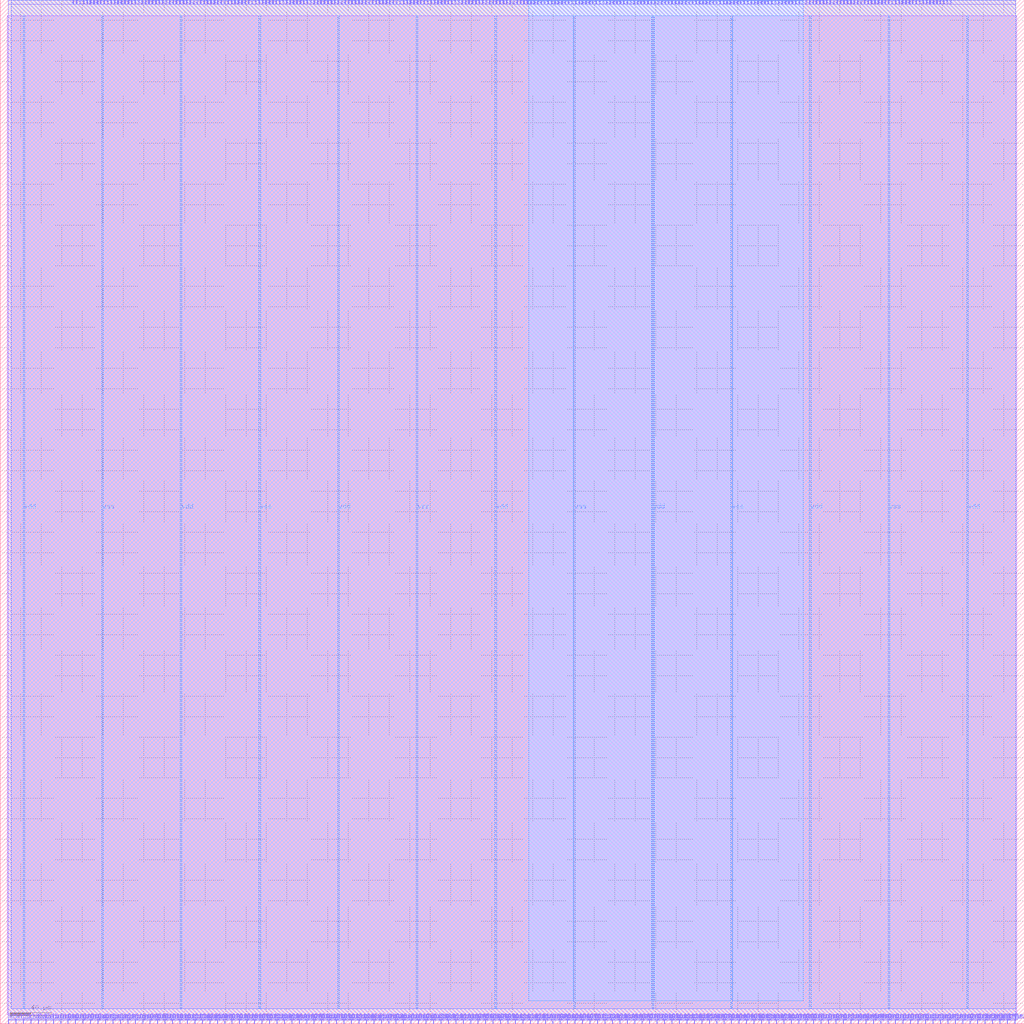
<source format=lef>
VERSION 5.7 ;
  NOWIREEXTENSIONATPIN ON ;
  DIVIDERCHAR "/" ;
  BUSBITCHARS "[]" ;
MACRO io_interface
  CLASS BLOCK ;
  FOREIGN io_interface ;
  ORIGIN 0.000 0.000 ;
  SIZE 1000.000 BY 1000.000 ;
  PIN clk
    DIRECTION OUTPUT TRISTATE ;
    USE SIGNAL ;
    PORT
      LAYER Metal2 ;
        RECT 976.080 0.000 976.640 4.000 ;
    END
  END clk
  PIN data_mem_addr[0]
    DIRECTION OUTPUT TRISTATE ;
    USE SIGNAL ;
    PORT
      LAYER Metal2 ;
        RECT 638.960 996.000 639.520 1000.000 ;
    END
  END data_mem_addr[0]
  PIN data_mem_addr[1]
    DIRECTION OUTPUT TRISTATE ;
    USE SIGNAL ;
    PORT
      LAYER Metal2 ;
        RECT 649.040 996.000 649.600 1000.000 ;
    END
  END data_mem_addr[1]
  PIN data_mem_addr[2]
    DIRECTION OUTPUT TRISTATE ;
    USE SIGNAL ;
    PORT
      LAYER Metal2 ;
        RECT 659.120 996.000 659.680 1000.000 ;
    END
  END data_mem_addr[2]
  PIN data_mem_addr[3]
    DIRECTION OUTPUT TRISTATE ;
    USE SIGNAL ;
    PORT
      LAYER Metal2 ;
        RECT 669.200 996.000 669.760 1000.000 ;
    END
  END data_mem_addr[3]
  PIN data_mem_addr[4]
    DIRECTION OUTPUT TRISTATE ;
    USE SIGNAL ;
    PORT
      LAYER Metal2 ;
        RECT 679.280 996.000 679.840 1000.000 ;
    END
  END data_mem_addr[4]
  PIN data_mem_addr[5]
    DIRECTION OUTPUT TRISTATE ;
    USE SIGNAL ;
    PORT
      LAYER Metal2 ;
        RECT 689.360 996.000 689.920 1000.000 ;
    END
  END data_mem_addr[5]
  PIN data_mem_addr[6]
    DIRECTION OUTPUT TRISTATE ;
    USE SIGNAL ;
    PORT
      LAYER Metal2 ;
        RECT 699.440 996.000 700.000 1000.000 ;
    END
  END data_mem_addr[6]
  PIN data_mem_addr[7]
    DIRECTION OUTPUT TRISTATE ;
    USE SIGNAL ;
    PORT
      LAYER Metal2 ;
        RECT 709.520 996.000 710.080 1000.000 ;
    END
  END data_mem_addr[7]
  PIN data_read_data[0]
    DIRECTION INPUT ;
    USE SIGNAL ;
    PORT
      LAYER Metal2 ;
        RECT 642.320 996.000 642.880 1000.000 ;
    END
  END data_read_data[0]
  PIN data_read_data[10]
    DIRECTION INPUT ;
    USE SIGNAL ;
    PORT
      LAYER Metal2 ;
        RECT 733.040 996.000 733.600 1000.000 ;
    END
  END data_read_data[10]
  PIN data_read_data[11]
    DIRECTION INPUT ;
    USE SIGNAL ;
    PORT
      LAYER Metal2 ;
        RECT 739.760 996.000 740.320 1000.000 ;
    END
  END data_read_data[11]
  PIN data_read_data[12]
    DIRECTION INPUT ;
    USE SIGNAL ;
    PORT
      LAYER Metal2 ;
        RECT 746.480 996.000 747.040 1000.000 ;
    END
  END data_read_data[12]
  PIN data_read_data[13]
    DIRECTION INPUT ;
    USE SIGNAL ;
    PORT
      LAYER Metal2 ;
        RECT 753.200 996.000 753.760 1000.000 ;
    END
  END data_read_data[13]
  PIN data_read_data[14]
    DIRECTION INPUT ;
    USE SIGNAL ;
    PORT
      LAYER Metal2 ;
        RECT 759.920 996.000 760.480 1000.000 ;
    END
  END data_read_data[14]
  PIN data_read_data[15]
    DIRECTION INPUT ;
    USE SIGNAL ;
    PORT
      LAYER Metal2 ;
        RECT 766.640 996.000 767.200 1000.000 ;
    END
  END data_read_data[15]
  PIN data_read_data[1]
    DIRECTION INPUT ;
    USE SIGNAL ;
    PORT
      LAYER Metal2 ;
        RECT 652.400 996.000 652.960 1000.000 ;
    END
  END data_read_data[1]
  PIN data_read_data[2]
    DIRECTION INPUT ;
    USE SIGNAL ;
    PORT
      LAYER Metal2 ;
        RECT 662.480 996.000 663.040 1000.000 ;
    END
  END data_read_data[2]
  PIN data_read_data[3]
    DIRECTION INPUT ;
    USE SIGNAL ;
    PORT
      LAYER Metal2 ;
        RECT 672.560 996.000 673.120 1000.000 ;
    END
  END data_read_data[3]
  PIN data_read_data[4]
    DIRECTION INPUT ;
    USE SIGNAL ;
    PORT
      LAYER Metal2 ;
        RECT 682.640 996.000 683.200 1000.000 ;
    END
  END data_read_data[4]
  PIN data_read_data[5]
    DIRECTION INPUT ;
    USE SIGNAL ;
    PORT
      LAYER Metal2 ;
        RECT 692.720 996.000 693.280 1000.000 ;
    END
  END data_read_data[5]
  PIN data_read_data[6]
    DIRECTION INPUT ;
    USE SIGNAL ;
    PORT
      LAYER Metal2 ;
        RECT 702.800 996.000 703.360 1000.000 ;
    END
  END data_read_data[6]
  PIN data_read_data[7]
    DIRECTION INPUT ;
    USE SIGNAL ;
    PORT
      LAYER Metal2 ;
        RECT 712.880 996.000 713.440 1000.000 ;
    END
  END data_read_data[7]
  PIN data_read_data[8]
    DIRECTION INPUT ;
    USE SIGNAL ;
    PORT
      LAYER Metal2 ;
        RECT 719.600 996.000 720.160 1000.000 ;
    END
  END data_read_data[8]
  PIN data_read_data[9]
    DIRECTION INPUT ;
    USE SIGNAL ;
    PORT
      LAYER Metal2 ;
        RECT 726.320 996.000 726.880 1000.000 ;
    END
  END data_read_data[9]
  PIN data_write_data[0]
    DIRECTION OUTPUT TRISTATE ;
    USE SIGNAL ;
    PORT
      LAYER Metal2 ;
        RECT 645.680 996.000 646.240 1000.000 ;
    END
  END data_write_data[0]
  PIN data_write_data[10]
    DIRECTION OUTPUT TRISTATE ;
    USE SIGNAL ;
    PORT
      LAYER Metal2 ;
        RECT 736.400 996.000 736.960 1000.000 ;
    END
  END data_write_data[10]
  PIN data_write_data[11]
    DIRECTION OUTPUT TRISTATE ;
    USE SIGNAL ;
    PORT
      LAYER Metal2 ;
        RECT 743.120 996.000 743.680 1000.000 ;
    END
  END data_write_data[11]
  PIN data_write_data[12]
    DIRECTION OUTPUT TRISTATE ;
    USE SIGNAL ;
    PORT
      LAYER Metal2 ;
        RECT 749.840 996.000 750.400 1000.000 ;
    END
  END data_write_data[12]
  PIN data_write_data[13]
    DIRECTION OUTPUT TRISTATE ;
    USE SIGNAL ;
    PORT
      LAYER Metal2 ;
        RECT 756.560 996.000 757.120 1000.000 ;
    END
  END data_write_data[13]
  PIN data_write_data[14]
    DIRECTION OUTPUT TRISTATE ;
    USE SIGNAL ;
    PORT
      LAYER Metal2 ;
        RECT 763.280 996.000 763.840 1000.000 ;
    END
  END data_write_data[14]
  PIN data_write_data[15]
    DIRECTION OUTPUT TRISTATE ;
    USE SIGNAL ;
    PORT
      LAYER Metal2 ;
        RECT 770.000 996.000 770.560 1000.000 ;
    END
  END data_write_data[15]
  PIN data_write_data[1]
    DIRECTION OUTPUT TRISTATE ;
    USE SIGNAL ;
    PORT
      LAYER Metal2 ;
        RECT 655.760 996.000 656.320 1000.000 ;
    END
  END data_write_data[1]
  PIN data_write_data[2]
    DIRECTION OUTPUT TRISTATE ;
    USE SIGNAL ;
    PORT
      LAYER Metal2 ;
        RECT 665.840 996.000 666.400 1000.000 ;
    END
  END data_write_data[2]
  PIN data_write_data[3]
    DIRECTION OUTPUT TRISTATE ;
    USE SIGNAL ;
    PORT
      LAYER Metal2 ;
        RECT 675.920 996.000 676.480 1000.000 ;
    END
  END data_write_data[3]
  PIN data_write_data[4]
    DIRECTION OUTPUT TRISTATE ;
    USE SIGNAL ;
    PORT
      LAYER Metal2 ;
        RECT 686.000 996.000 686.560 1000.000 ;
    END
  END data_write_data[4]
  PIN data_write_data[5]
    DIRECTION OUTPUT TRISTATE ;
    USE SIGNAL ;
    PORT
      LAYER Metal2 ;
        RECT 696.080 996.000 696.640 1000.000 ;
    END
  END data_write_data[5]
  PIN data_write_data[6]
    DIRECTION OUTPUT TRISTATE ;
    USE SIGNAL ;
    PORT
      LAYER Metal2 ;
        RECT 706.160 996.000 706.720 1000.000 ;
    END
  END data_write_data[6]
  PIN data_write_data[7]
    DIRECTION OUTPUT TRISTATE ;
    USE SIGNAL ;
    PORT
      LAYER Metal2 ;
        RECT 716.240 996.000 716.800 1000.000 ;
    END
  END data_write_data[7]
  PIN data_write_data[8]
    DIRECTION OUTPUT TRISTATE ;
    USE SIGNAL ;
    PORT
      LAYER Metal2 ;
        RECT 722.960 996.000 723.520 1000.000 ;
    END
  END data_write_data[8]
  PIN data_write_data[9]
    DIRECTION OUTPUT TRISTATE ;
    USE SIGNAL ;
    PORT
      LAYER Metal2 ;
        RECT 729.680 996.000 730.240 1000.000 ;
    END
  END data_write_data[9]
  PIN dataw_en
    DIRECTION OUTPUT TRISTATE ;
    USE SIGNAL ;
    PORT
      LAYER Metal2 ;
        RECT 635.600 996.000 636.160 1000.000 ;
    END
  END dataw_en
  PIN hlt
    DIRECTION INPUT ;
    USE SIGNAL ;
    PORT
      LAYER Metal2 ;
        RECT 927.920 996.000 928.480 1000.000 ;
    END
  END hlt
  PIN instr[0]
    DIRECTION INPUT ;
    USE SIGNAL ;
    PORT
      LAYER Metal2 ;
        RECT 776.720 996.000 777.280 1000.000 ;
    END
  END instr[0]
  PIN instr[10]
    DIRECTION INPUT ;
    USE SIGNAL ;
    PORT
      LAYER Metal2 ;
        RECT 877.520 996.000 878.080 1000.000 ;
    END
  END instr[10]
  PIN instr[11]
    DIRECTION INPUT ;
    USE SIGNAL ;
    PORT
      LAYER Metal2 ;
        RECT 887.600 996.000 888.160 1000.000 ;
    END
  END instr[11]
  PIN instr[12]
    DIRECTION INPUT ;
    USE SIGNAL ;
    PORT
      LAYER Metal2 ;
        RECT 897.680 996.000 898.240 1000.000 ;
    END
  END instr[12]
  PIN instr[13]
    DIRECTION INPUT ;
    USE SIGNAL ;
    PORT
      LAYER Metal2 ;
        RECT 907.760 996.000 908.320 1000.000 ;
    END
  END instr[13]
  PIN instr[14]
    DIRECTION INPUT ;
    USE SIGNAL ;
    PORT
      LAYER Metal2 ;
        RECT 914.480 996.000 915.040 1000.000 ;
    END
  END instr[14]
  PIN instr[15]
    DIRECTION INPUT ;
    USE SIGNAL ;
    PORT
      LAYER Metal2 ;
        RECT 921.200 996.000 921.760 1000.000 ;
    END
  END instr[15]
  PIN instr[1]
    DIRECTION INPUT ;
    USE SIGNAL ;
    PORT
      LAYER Metal2 ;
        RECT 786.800 996.000 787.360 1000.000 ;
    END
  END instr[1]
  PIN instr[2]
    DIRECTION INPUT ;
    USE SIGNAL ;
    PORT
      LAYER Metal2 ;
        RECT 796.880 996.000 797.440 1000.000 ;
    END
  END instr[2]
  PIN instr[3]
    DIRECTION INPUT ;
    USE SIGNAL ;
    PORT
      LAYER Metal2 ;
        RECT 806.960 996.000 807.520 1000.000 ;
    END
  END instr[3]
  PIN instr[4]
    DIRECTION INPUT ;
    USE SIGNAL ;
    PORT
      LAYER Metal2 ;
        RECT 817.040 996.000 817.600 1000.000 ;
    END
  END instr[4]
  PIN instr[5]
    DIRECTION INPUT ;
    USE SIGNAL ;
    PORT
      LAYER Metal2 ;
        RECT 827.120 996.000 827.680 1000.000 ;
    END
  END instr[5]
  PIN instr[6]
    DIRECTION INPUT ;
    USE SIGNAL ;
    PORT
      LAYER Metal2 ;
        RECT 837.200 996.000 837.760 1000.000 ;
    END
  END instr[6]
  PIN instr[7]
    DIRECTION INPUT ;
    USE SIGNAL ;
    PORT
      LAYER Metal2 ;
        RECT 847.280 996.000 847.840 1000.000 ;
    END
  END instr[7]
  PIN instr[8]
    DIRECTION INPUT ;
    USE SIGNAL ;
    PORT
      LAYER Metal2 ;
        RECT 857.360 996.000 857.920 1000.000 ;
    END
  END instr[8]
  PIN instr[9]
    DIRECTION INPUT ;
    USE SIGNAL ;
    PORT
      LAYER Metal2 ;
        RECT 867.440 996.000 868.000 1000.000 ;
    END
  END instr[9]
  PIN instr_mem_addr[0]
    DIRECTION OUTPUT TRISTATE ;
    USE SIGNAL ;
    PORT
      LAYER Metal2 ;
        RECT 780.080 996.000 780.640 1000.000 ;
    END
  END instr_mem_addr[0]
  PIN instr_mem_addr[10]
    DIRECTION OUTPUT TRISTATE ;
    USE SIGNAL ;
    PORT
      LAYER Metal2 ;
        RECT 880.880 996.000 881.440 1000.000 ;
    END
  END instr_mem_addr[10]
  PIN instr_mem_addr[11]
    DIRECTION OUTPUT TRISTATE ;
    USE SIGNAL ;
    PORT
      LAYER Metal2 ;
        RECT 890.960 996.000 891.520 1000.000 ;
    END
  END instr_mem_addr[11]
  PIN instr_mem_addr[12]
    DIRECTION OUTPUT TRISTATE ;
    USE SIGNAL ;
    PORT
      LAYER Metal2 ;
        RECT 901.040 996.000 901.600 1000.000 ;
    END
  END instr_mem_addr[12]
  PIN instr_mem_addr[1]
    DIRECTION OUTPUT TRISTATE ;
    USE SIGNAL ;
    PORT
      LAYER Metal2 ;
        RECT 790.160 996.000 790.720 1000.000 ;
    END
  END instr_mem_addr[1]
  PIN instr_mem_addr[2]
    DIRECTION OUTPUT TRISTATE ;
    USE SIGNAL ;
    PORT
      LAYER Metal2 ;
        RECT 800.240 996.000 800.800 1000.000 ;
    END
  END instr_mem_addr[2]
  PIN instr_mem_addr[3]
    DIRECTION OUTPUT TRISTATE ;
    USE SIGNAL ;
    PORT
      LAYER Metal2 ;
        RECT 810.320 996.000 810.880 1000.000 ;
    END
  END instr_mem_addr[3]
  PIN instr_mem_addr[4]
    DIRECTION OUTPUT TRISTATE ;
    USE SIGNAL ;
    PORT
      LAYER Metal2 ;
        RECT 820.400 996.000 820.960 1000.000 ;
    END
  END instr_mem_addr[4]
  PIN instr_mem_addr[5]
    DIRECTION OUTPUT TRISTATE ;
    USE SIGNAL ;
    PORT
      LAYER Metal2 ;
        RECT 830.480 996.000 831.040 1000.000 ;
    END
  END instr_mem_addr[5]
  PIN instr_mem_addr[6]
    DIRECTION OUTPUT TRISTATE ;
    USE SIGNAL ;
    PORT
      LAYER Metal2 ;
        RECT 840.560 996.000 841.120 1000.000 ;
    END
  END instr_mem_addr[6]
  PIN instr_mem_addr[7]
    DIRECTION OUTPUT TRISTATE ;
    USE SIGNAL ;
    PORT
      LAYER Metal2 ;
        RECT 850.640 996.000 851.200 1000.000 ;
    END
  END instr_mem_addr[7]
  PIN instr_mem_addr[8]
    DIRECTION OUTPUT TRISTATE ;
    USE SIGNAL ;
    PORT
      LAYER Metal2 ;
        RECT 860.720 996.000 861.280 1000.000 ;
    END
  END instr_mem_addr[8]
  PIN instr_mem_addr[9]
    DIRECTION OUTPUT TRISTATE ;
    USE SIGNAL ;
    PORT
      LAYER Metal2 ;
        RECT 870.800 996.000 871.360 1000.000 ;
    END
  END instr_mem_addr[9]
  PIN instr_write_data[0]
    DIRECTION OUTPUT TRISTATE ;
    USE SIGNAL ;
    PORT
      LAYER Metal2 ;
        RECT 783.440 996.000 784.000 1000.000 ;
    END
  END instr_write_data[0]
  PIN instr_write_data[10]
    DIRECTION OUTPUT TRISTATE ;
    USE SIGNAL ;
    PORT
      LAYER Metal2 ;
        RECT 884.240 996.000 884.800 1000.000 ;
    END
  END instr_write_data[10]
  PIN instr_write_data[11]
    DIRECTION OUTPUT TRISTATE ;
    USE SIGNAL ;
    PORT
      LAYER Metal2 ;
        RECT 894.320 996.000 894.880 1000.000 ;
    END
  END instr_write_data[11]
  PIN instr_write_data[12]
    DIRECTION OUTPUT TRISTATE ;
    USE SIGNAL ;
    PORT
      LAYER Metal2 ;
        RECT 904.400 996.000 904.960 1000.000 ;
    END
  END instr_write_data[12]
  PIN instr_write_data[13]
    DIRECTION OUTPUT TRISTATE ;
    USE SIGNAL ;
    PORT
      LAYER Metal2 ;
        RECT 911.120 996.000 911.680 1000.000 ;
    END
  END instr_write_data[13]
  PIN instr_write_data[14]
    DIRECTION OUTPUT TRISTATE ;
    USE SIGNAL ;
    PORT
      LAYER Metal2 ;
        RECT 917.840 996.000 918.400 1000.000 ;
    END
  END instr_write_data[14]
  PIN instr_write_data[15]
    DIRECTION OUTPUT TRISTATE ;
    USE SIGNAL ;
    PORT
      LAYER Metal2 ;
        RECT 924.560 996.000 925.120 1000.000 ;
    END
  END instr_write_data[15]
  PIN instr_write_data[1]
    DIRECTION OUTPUT TRISTATE ;
    USE SIGNAL ;
    PORT
      LAYER Metal2 ;
        RECT 793.520 996.000 794.080 1000.000 ;
    END
  END instr_write_data[1]
  PIN instr_write_data[2]
    DIRECTION OUTPUT TRISTATE ;
    USE SIGNAL ;
    PORT
      LAYER Metal2 ;
        RECT 803.600 996.000 804.160 1000.000 ;
    END
  END instr_write_data[2]
  PIN instr_write_data[3]
    DIRECTION OUTPUT TRISTATE ;
    USE SIGNAL ;
    PORT
      LAYER Metal2 ;
        RECT 813.680 996.000 814.240 1000.000 ;
    END
  END instr_write_data[3]
  PIN instr_write_data[4]
    DIRECTION OUTPUT TRISTATE ;
    USE SIGNAL ;
    PORT
      LAYER Metal2 ;
        RECT 823.760 996.000 824.320 1000.000 ;
    END
  END instr_write_data[4]
  PIN instr_write_data[5]
    DIRECTION OUTPUT TRISTATE ;
    USE SIGNAL ;
    PORT
      LAYER Metal2 ;
        RECT 833.840 996.000 834.400 1000.000 ;
    END
  END instr_write_data[5]
  PIN instr_write_data[6]
    DIRECTION OUTPUT TRISTATE ;
    USE SIGNAL ;
    PORT
      LAYER Metal2 ;
        RECT 843.920 996.000 844.480 1000.000 ;
    END
  END instr_write_data[6]
  PIN instr_write_data[7]
    DIRECTION OUTPUT TRISTATE ;
    USE SIGNAL ;
    PORT
      LAYER Metal2 ;
        RECT 854.000 996.000 854.560 1000.000 ;
    END
  END instr_write_data[7]
  PIN instr_write_data[8]
    DIRECTION OUTPUT TRISTATE ;
    USE SIGNAL ;
    PORT
      LAYER Metal2 ;
        RECT 864.080 996.000 864.640 1000.000 ;
    END
  END instr_write_data[8]
  PIN instr_write_data[9]
    DIRECTION OUTPUT TRISTATE ;
    USE SIGNAL ;
    PORT
      LAYER Metal2 ;
        RECT 874.160 996.000 874.720 1000.000 ;
    END
  END instr_write_data[9]
  PIN instrw_en
    DIRECTION OUTPUT TRISTATE ;
    USE SIGNAL ;
    PORT
      LAYER Metal2 ;
        RECT 773.360 996.000 773.920 1000.000 ;
    END
  END instrw_en
  PIN io_in[0]
    DIRECTION INPUT ;
    USE SIGNAL ;
    PORT
      LAYER Metal2 ;
        RECT 71.120 996.000 71.680 1000.000 ;
    END
  END io_in[0]
  PIN io_in[10]
    DIRECTION INPUT ;
    USE SIGNAL ;
    PORT
      LAYER Metal2 ;
        RECT 171.920 996.000 172.480 1000.000 ;
    END
  END io_in[10]
  PIN io_in[11]
    DIRECTION INPUT ;
    USE SIGNAL ;
    PORT
      LAYER Metal2 ;
        RECT 182.000 996.000 182.560 1000.000 ;
    END
  END io_in[11]
  PIN io_in[12]
    DIRECTION INPUT ;
    USE SIGNAL ;
    PORT
      LAYER Metal2 ;
        RECT 192.080 996.000 192.640 1000.000 ;
    END
  END io_in[12]
  PIN io_in[13]
    DIRECTION INPUT ;
    USE SIGNAL ;
    PORT
      LAYER Metal2 ;
        RECT 202.160 996.000 202.720 1000.000 ;
    END
  END io_in[13]
  PIN io_in[14]
    DIRECTION INPUT ;
    USE SIGNAL ;
    PORT
      LAYER Metal2 ;
        RECT 212.240 996.000 212.800 1000.000 ;
    END
  END io_in[14]
  PIN io_in[15]
    DIRECTION INPUT ;
    USE SIGNAL ;
    PORT
      LAYER Metal2 ;
        RECT 222.320 996.000 222.880 1000.000 ;
    END
  END io_in[15]
  PIN io_in[16]
    DIRECTION INPUT ;
    USE SIGNAL ;
    PORT
      LAYER Metal2 ;
        RECT 232.400 996.000 232.960 1000.000 ;
    END
  END io_in[16]
  PIN io_in[17]
    DIRECTION INPUT ;
    USE SIGNAL ;
    PORT
      LAYER Metal2 ;
        RECT 242.480 996.000 243.040 1000.000 ;
    END
  END io_in[17]
  PIN io_in[18]
    DIRECTION INPUT ;
    USE SIGNAL ;
    PORT
      LAYER Metal2 ;
        RECT 252.560 996.000 253.120 1000.000 ;
    END
  END io_in[18]
  PIN io_in[19]
    DIRECTION INPUT ;
    USE SIGNAL ;
    PORT
      LAYER Metal2 ;
        RECT 262.640 996.000 263.200 1000.000 ;
    END
  END io_in[19]
  PIN io_in[1]
    DIRECTION INPUT ;
    USE SIGNAL ;
    PORT
      LAYER Metal2 ;
        RECT 81.200 996.000 81.760 1000.000 ;
    END
  END io_in[1]
  PIN io_in[20]
    DIRECTION INPUT ;
    USE SIGNAL ;
    PORT
      LAYER Metal2 ;
        RECT 272.720 996.000 273.280 1000.000 ;
    END
  END io_in[20]
  PIN io_in[21]
    DIRECTION INPUT ;
    USE SIGNAL ;
    PORT
      LAYER Metal2 ;
        RECT 282.800 996.000 283.360 1000.000 ;
    END
  END io_in[21]
  PIN io_in[22]
    DIRECTION INPUT ;
    USE SIGNAL ;
    PORT
      LAYER Metal2 ;
        RECT 292.880 996.000 293.440 1000.000 ;
    END
  END io_in[22]
  PIN io_in[23]
    DIRECTION INPUT ;
    USE SIGNAL ;
    PORT
      LAYER Metal2 ;
        RECT 302.960 996.000 303.520 1000.000 ;
    END
  END io_in[23]
  PIN io_in[24]
    DIRECTION INPUT ;
    USE SIGNAL ;
    PORT
      LAYER Metal2 ;
        RECT 313.040 996.000 313.600 1000.000 ;
    END
  END io_in[24]
  PIN io_in[25]
    DIRECTION INPUT ;
    USE SIGNAL ;
    PORT
      LAYER Metal2 ;
        RECT 323.120 996.000 323.680 1000.000 ;
    END
  END io_in[25]
  PIN io_in[26]
    DIRECTION INPUT ;
    USE SIGNAL ;
    PORT
      LAYER Metal2 ;
        RECT 333.200 996.000 333.760 1000.000 ;
    END
  END io_in[26]
  PIN io_in[27]
    DIRECTION INPUT ;
    USE SIGNAL ;
    PORT
      LAYER Metal2 ;
        RECT 343.280 996.000 343.840 1000.000 ;
    END
  END io_in[27]
  PIN io_in[28]
    DIRECTION INPUT ;
    USE SIGNAL ;
    PORT
      LAYER Metal2 ;
        RECT 353.360 996.000 353.920 1000.000 ;
    END
  END io_in[28]
  PIN io_in[29]
    DIRECTION INPUT ;
    USE SIGNAL ;
    PORT
      LAYER Metal2 ;
        RECT 363.440 996.000 364.000 1000.000 ;
    END
  END io_in[29]
  PIN io_in[2]
    DIRECTION INPUT ;
    USE SIGNAL ;
    PORT
      LAYER Metal2 ;
        RECT 91.280 996.000 91.840 1000.000 ;
    END
  END io_in[2]
  PIN io_in[30]
    DIRECTION INPUT ;
    USE SIGNAL ;
    PORT
      LAYER Metal2 ;
        RECT 373.520 996.000 374.080 1000.000 ;
    END
  END io_in[30]
  PIN io_in[31]
    DIRECTION INPUT ;
    USE SIGNAL ;
    PORT
      LAYER Metal2 ;
        RECT 383.600 996.000 384.160 1000.000 ;
    END
  END io_in[31]
  PIN io_in[32]
    DIRECTION INPUT ;
    USE SIGNAL ;
    PORT
      LAYER Metal2 ;
        RECT 393.680 996.000 394.240 1000.000 ;
    END
  END io_in[32]
  PIN io_in[33]
    DIRECTION INPUT ;
    USE SIGNAL ;
    PORT
      LAYER Metal2 ;
        RECT 403.760 996.000 404.320 1000.000 ;
    END
  END io_in[33]
  PIN io_in[34]
    DIRECTION INPUT ;
    USE SIGNAL ;
    PORT
      LAYER Metal2 ;
        RECT 413.840 996.000 414.400 1000.000 ;
    END
  END io_in[34]
  PIN io_in[35]
    DIRECTION INPUT ;
    USE SIGNAL ;
    PORT
      LAYER Metal2 ;
        RECT 423.920 996.000 424.480 1000.000 ;
    END
  END io_in[35]
  PIN io_in[36]
    DIRECTION INPUT ;
    USE SIGNAL ;
    PORT
      LAYER Metal2 ;
        RECT 434.000 996.000 434.560 1000.000 ;
    END
  END io_in[36]
  PIN io_in[37]
    DIRECTION INPUT ;
    USE SIGNAL ;
    PORT
      LAYER Metal2 ;
        RECT 444.080 996.000 444.640 1000.000 ;
    END
  END io_in[37]
  PIN io_in[3]
    DIRECTION INPUT ;
    USE SIGNAL ;
    PORT
      LAYER Metal2 ;
        RECT 101.360 996.000 101.920 1000.000 ;
    END
  END io_in[3]
  PIN io_in[4]
    DIRECTION INPUT ;
    USE SIGNAL ;
    PORT
      LAYER Metal2 ;
        RECT 111.440 996.000 112.000 1000.000 ;
    END
  END io_in[4]
  PIN io_in[5]
    DIRECTION INPUT ;
    USE SIGNAL ;
    PORT
      LAYER Metal2 ;
        RECT 121.520 996.000 122.080 1000.000 ;
    END
  END io_in[5]
  PIN io_in[6]
    DIRECTION INPUT ;
    USE SIGNAL ;
    PORT
      LAYER Metal2 ;
        RECT 131.600 996.000 132.160 1000.000 ;
    END
  END io_in[6]
  PIN io_in[7]
    DIRECTION INPUT ;
    USE SIGNAL ;
    PORT
      LAYER Metal2 ;
        RECT 141.680 996.000 142.240 1000.000 ;
    END
  END io_in[7]
  PIN io_in[8]
    DIRECTION INPUT ;
    USE SIGNAL ;
    PORT
      LAYER Metal2 ;
        RECT 151.760 996.000 152.320 1000.000 ;
    END
  END io_in[8]
  PIN io_in[9]
    DIRECTION INPUT ;
    USE SIGNAL ;
    PORT
      LAYER Metal2 ;
        RECT 161.840 996.000 162.400 1000.000 ;
    END
  END io_in[9]
  PIN io_oeb[0]
    DIRECTION OUTPUT TRISTATE ;
    USE SIGNAL ;
    PORT
      LAYER Metal2 ;
        RECT 74.480 996.000 75.040 1000.000 ;
    END
  END io_oeb[0]
  PIN io_oeb[10]
    DIRECTION OUTPUT TRISTATE ;
    USE SIGNAL ;
    PORT
      LAYER Metal2 ;
        RECT 175.280 996.000 175.840 1000.000 ;
    END
  END io_oeb[10]
  PIN io_oeb[11]
    DIRECTION OUTPUT TRISTATE ;
    USE SIGNAL ;
    PORT
      LAYER Metal2 ;
        RECT 185.360 996.000 185.920 1000.000 ;
    END
  END io_oeb[11]
  PIN io_oeb[12]
    DIRECTION OUTPUT TRISTATE ;
    USE SIGNAL ;
    PORT
      LAYER Metal2 ;
        RECT 195.440 996.000 196.000 1000.000 ;
    END
  END io_oeb[12]
  PIN io_oeb[13]
    DIRECTION OUTPUT TRISTATE ;
    USE SIGNAL ;
    PORT
      LAYER Metal2 ;
        RECT 205.520 996.000 206.080 1000.000 ;
    END
  END io_oeb[13]
  PIN io_oeb[14]
    DIRECTION OUTPUT TRISTATE ;
    USE SIGNAL ;
    PORT
      LAYER Metal2 ;
        RECT 215.600 996.000 216.160 1000.000 ;
    END
  END io_oeb[14]
  PIN io_oeb[15]
    DIRECTION OUTPUT TRISTATE ;
    USE SIGNAL ;
    PORT
      LAYER Metal2 ;
        RECT 225.680 996.000 226.240 1000.000 ;
    END
  END io_oeb[15]
  PIN io_oeb[16]
    DIRECTION OUTPUT TRISTATE ;
    USE SIGNAL ;
    PORT
      LAYER Metal2 ;
        RECT 235.760 996.000 236.320 1000.000 ;
    END
  END io_oeb[16]
  PIN io_oeb[17]
    DIRECTION OUTPUT TRISTATE ;
    USE SIGNAL ;
    PORT
      LAYER Metal2 ;
        RECT 245.840 996.000 246.400 1000.000 ;
    END
  END io_oeb[17]
  PIN io_oeb[18]
    DIRECTION OUTPUT TRISTATE ;
    USE SIGNAL ;
    PORT
      LAYER Metal2 ;
        RECT 255.920 996.000 256.480 1000.000 ;
    END
  END io_oeb[18]
  PIN io_oeb[19]
    DIRECTION OUTPUT TRISTATE ;
    USE SIGNAL ;
    PORT
      LAYER Metal2 ;
        RECT 266.000 996.000 266.560 1000.000 ;
    END
  END io_oeb[19]
  PIN io_oeb[1]
    DIRECTION OUTPUT TRISTATE ;
    USE SIGNAL ;
    PORT
      LAYER Metal2 ;
        RECT 84.560 996.000 85.120 1000.000 ;
    END
  END io_oeb[1]
  PIN io_oeb[20]
    DIRECTION OUTPUT TRISTATE ;
    USE SIGNAL ;
    PORT
      LAYER Metal2 ;
        RECT 276.080 996.000 276.640 1000.000 ;
    END
  END io_oeb[20]
  PIN io_oeb[21]
    DIRECTION OUTPUT TRISTATE ;
    USE SIGNAL ;
    PORT
      LAYER Metal2 ;
        RECT 286.160 996.000 286.720 1000.000 ;
    END
  END io_oeb[21]
  PIN io_oeb[22]
    DIRECTION OUTPUT TRISTATE ;
    USE SIGNAL ;
    PORT
      LAYER Metal2 ;
        RECT 296.240 996.000 296.800 1000.000 ;
    END
  END io_oeb[22]
  PIN io_oeb[23]
    DIRECTION OUTPUT TRISTATE ;
    USE SIGNAL ;
    PORT
      LAYER Metal2 ;
        RECT 306.320 996.000 306.880 1000.000 ;
    END
  END io_oeb[23]
  PIN io_oeb[24]
    DIRECTION OUTPUT TRISTATE ;
    USE SIGNAL ;
    PORT
      LAYER Metal2 ;
        RECT 316.400 996.000 316.960 1000.000 ;
    END
  END io_oeb[24]
  PIN io_oeb[25]
    DIRECTION OUTPUT TRISTATE ;
    USE SIGNAL ;
    PORT
      LAYER Metal2 ;
        RECT 326.480 996.000 327.040 1000.000 ;
    END
  END io_oeb[25]
  PIN io_oeb[26]
    DIRECTION OUTPUT TRISTATE ;
    USE SIGNAL ;
    PORT
      LAYER Metal2 ;
        RECT 336.560 996.000 337.120 1000.000 ;
    END
  END io_oeb[26]
  PIN io_oeb[27]
    DIRECTION OUTPUT TRISTATE ;
    USE SIGNAL ;
    PORT
      LAYER Metal2 ;
        RECT 346.640 996.000 347.200 1000.000 ;
    END
  END io_oeb[27]
  PIN io_oeb[28]
    DIRECTION OUTPUT TRISTATE ;
    USE SIGNAL ;
    PORT
      LAYER Metal2 ;
        RECT 356.720 996.000 357.280 1000.000 ;
    END
  END io_oeb[28]
  PIN io_oeb[29]
    DIRECTION OUTPUT TRISTATE ;
    USE SIGNAL ;
    PORT
      LAYER Metal2 ;
        RECT 366.800 996.000 367.360 1000.000 ;
    END
  END io_oeb[29]
  PIN io_oeb[2]
    DIRECTION OUTPUT TRISTATE ;
    USE SIGNAL ;
    PORT
      LAYER Metal2 ;
        RECT 94.640 996.000 95.200 1000.000 ;
    END
  END io_oeb[2]
  PIN io_oeb[30]
    DIRECTION OUTPUT TRISTATE ;
    USE SIGNAL ;
    PORT
      LAYER Metal2 ;
        RECT 376.880 996.000 377.440 1000.000 ;
    END
  END io_oeb[30]
  PIN io_oeb[31]
    DIRECTION OUTPUT TRISTATE ;
    USE SIGNAL ;
    PORT
      LAYER Metal2 ;
        RECT 386.960 996.000 387.520 1000.000 ;
    END
  END io_oeb[31]
  PIN io_oeb[32]
    DIRECTION OUTPUT TRISTATE ;
    USE SIGNAL ;
    PORT
      LAYER Metal2 ;
        RECT 397.040 996.000 397.600 1000.000 ;
    END
  END io_oeb[32]
  PIN io_oeb[33]
    DIRECTION OUTPUT TRISTATE ;
    USE SIGNAL ;
    PORT
      LAYER Metal2 ;
        RECT 407.120 996.000 407.680 1000.000 ;
    END
  END io_oeb[33]
  PIN io_oeb[34]
    DIRECTION OUTPUT TRISTATE ;
    USE SIGNAL ;
    PORT
      LAYER Metal2 ;
        RECT 417.200 996.000 417.760 1000.000 ;
    END
  END io_oeb[34]
  PIN io_oeb[35]
    DIRECTION OUTPUT TRISTATE ;
    USE SIGNAL ;
    PORT
      LAYER Metal2 ;
        RECT 427.280 996.000 427.840 1000.000 ;
    END
  END io_oeb[35]
  PIN io_oeb[36]
    DIRECTION OUTPUT TRISTATE ;
    USE SIGNAL ;
    PORT
      LAYER Metal2 ;
        RECT 437.360 996.000 437.920 1000.000 ;
    END
  END io_oeb[36]
  PIN io_oeb[37]
    DIRECTION OUTPUT TRISTATE ;
    USE SIGNAL ;
    PORT
      LAYER Metal2 ;
        RECT 447.440 996.000 448.000 1000.000 ;
    END
  END io_oeb[37]
  PIN io_oeb[3]
    DIRECTION OUTPUT TRISTATE ;
    USE SIGNAL ;
    PORT
      LAYER Metal2 ;
        RECT 104.720 996.000 105.280 1000.000 ;
    END
  END io_oeb[3]
  PIN io_oeb[4]
    DIRECTION OUTPUT TRISTATE ;
    USE SIGNAL ;
    PORT
      LAYER Metal2 ;
        RECT 114.800 996.000 115.360 1000.000 ;
    END
  END io_oeb[4]
  PIN io_oeb[5]
    DIRECTION OUTPUT TRISTATE ;
    USE SIGNAL ;
    PORT
      LAYER Metal2 ;
        RECT 124.880 996.000 125.440 1000.000 ;
    END
  END io_oeb[5]
  PIN io_oeb[6]
    DIRECTION OUTPUT TRISTATE ;
    USE SIGNAL ;
    PORT
      LAYER Metal2 ;
        RECT 134.960 996.000 135.520 1000.000 ;
    END
  END io_oeb[6]
  PIN io_oeb[7]
    DIRECTION OUTPUT TRISTATE ;
    USE SIGNAL ;
    PORT
      LAYER Metal2 ;
        RECT 145.040 996.000 145.600 1000.000 ;
    END
  END io_oeb[7]
  PIN io_oeb[8]
    DIRECTION OUTPUT TRISTATE ;
    USE SIGNAL ;
    PORT
      LAYER Metal2 ;
        RECT 155.120 996.000 155.680 1000.000 ;
    END
  END io_oeb[8]
  PIN io_oeb[9]
    DIRECTION OUTPUT TRISTATE ;
    USE SIGNAL ;
    PORT
      LAYER Metal2 ;
        RECT 165.200 996.000 165.760 1000.000 ;
    END
  END io_oeb[9]
  PIN io_out[0]
    DIRECTION OUTPUT TRISTATE ;
    USE SIGNAL ;
    PORT
      LAYER Metal2 ;
        RECT 77.840 996.000 78.400 1000.000 ;
    END
  END io_out[0]
  PIN io_out[10]
    DIRECTION OUTPUT TRISTATE ;
    USE SIGNAL ;
    PORT
      LAYER Metal2 ;
        RECT 178.640 996.000 179.200 1000.000 ;
    END
  END io_out[10]
  PIN io_out[11]
    DIRECTION OUTPUT TRISTATE ;
    USE SIGNAL ;
    PORT
      LAYER Metal2 ;
        RECT 188.720 996.000 189.280 1000.000 ;
    END
  END io_out[11]
  PIN io_out[12]
    DIRECTION OUTPUT TRISTATE ;
    USE SIGNAL ;
    PORT
      LAYER Metal2 ;
        RECT 198.800 996.000 199.360 1000.000 ;
    END
  END io_out[12]
  PIN io_out[13]
    DIRECTION OUTPUT TRISTATE ;
    USE SIGNAL ;
    PORT
      LAYER Metal2 ;
        RECT 208.880 996.000 209.440 1000.000 ;
    END
  END io_out[13]
  PIN io_out[14]
    DIRECTION OUTPUT TRISTATE ;
    USE SIGNAL ;
    PORT
      LAYER Metal2 ;
        RECT 218.960 996.000 219.520 1000.000 ;
    END
  END io_out[14]
  PIN io_out[15]
    DIRECTION OUTPUT TRISTATE ;
    USE SIGNAL ;
    PORT
      LAYER Metal2 ;
        RECT 229.040 996.000 229.600 1000.000 ;
    END
  END io_out[15]
  PIN io_out[16]
    DIRECTION OUTPUT TRISTATE ;
    USE SIGNAL ;
    PORT
      LAYER Metal2 ;
        RECT 239.120 996.000 239.680 1000.000 ;
    END
  END io_out[16]
  PIN io_out[17]
    DIRECTION OUTPUT TRISTATE ;
    USE SIGNAL ;
    PORT
      LAYER Metal2 ;
        RECT 249.200 996.000 249.760 1000.000 ;
    END
  END io_out[17]
  PIN io_out[18]
    DIRECTION OUTPUT TRISTATE ;
    USE SIGNAL ;
    PORT
      LAYER Metal2 ;
        RECT 259.280 996.000 259.840 1000.000 ;
    END
  END io_out[18]
  PIN io_out[19]
    DIRECTION OUTPUT TRISTATE ;
    USE SIGNAL ;
    PORT
      LAYER Metal2 ;
        RECT 269.360 996.000 269.920 1000.000 ;
    END
  END io_out[19]
  PIN io_out[1]
    DIRECTION OUTPUT TRISTATE ;
    USE SIGNAL ;
    PORT
      LAYER Metal2 ;
        RECT 87.920 996.000 88.480 1000.000 ;
    END
  END io_out[1]
  PIN io_out[20]
    DIRECTION OUTPUT TRISTATE ;
    USE SIGNAL ;
    PORT
      LAYER Metal2 ;
        RECT 279.440 996.000 280.000 1000.000 ;
    END
  END io_out[20]
  PIN io_out[21]
    DIRECTION OUTPUT TRISTATE ;
    USE SIGNAL ;
    PORT
      LAYER Metal2 ;
        RECT 289.520 996.000 290.080 1000.000 ;
    END
  END io_out[21]
  PIN io_out[22]
    DIRECTION OUTPUT TRISTATE ;
    USE SIGNAL ;
    PORT
      LAYER Metal2 ;
        RECT 299.600 996.000 300.160 1000.000 ;
    END
  END io_out[22]
  PIN io_out[23]
    DIRECTION OUTPUT TRISTATE ;
    USE SIGNAL ;
    PORT
      LAYER Metal2 ;
        RECT 309.680 996.000 310.240 1000.000 ;
    END
  END io_out[23]
  PIN io_out[24]
    DIRECTION OUTPUT TRISTATE ;
    USE SIGNAL ;
    PORT
      LAYER Metal2 ;
        RECT 319.760 996.000 320.320 1000.000 ;
    END
  END io_out[24]
  PIN io_out[25]
    DIRECTION OUTPUT TRISTATE ;
    USE SIGNAL ;
    PORT
      LAYER Metal2 ;
        RECT 329.840 996.000 330.400 1000.000 ;
    END
  END io_out[25]
  PIN io_out[26]
    DIRECTION OUTPUT TRISTATE ;
    USE SIGNAL ;
    PORT
      LAYER Metal2 ;
        RECT 339.920 996.000 340.480 1000.000 ;
    END
  END io_out[26]
  PIN io_out[27]
    DIRECTION OUTPUT TRISTATE ;
    USE SIGNAL ;
    PORT
      LAYER Metal2 ;
        RECT 350.000 996.000 350.560 1000.000 ;
    END
  END io_out[27]
  PIN io_out[28]
    DIRECTION OUTPUT TRISTATE ;
    USE SIGNAL ;
    PORT
      LAYER Metal2 ;
        RECT 360.080 996.000 360.640 1000.000 ;
    END
  END io_out[28]
  PIN io_out[29]
    DIRECTION OUTPUT TRISTATE ;
    USE SIGNAL ;
    PORT
      LAYER Metal2 ;
        RECT 370.160 996.000 370.720 1000.000 ;
    END
  END io_out[29]
  PIN io_out[2]
    DIRECTION OUTPUT TRISTATE ;
    USE SIGNAL ;
    PORT
      LAYER Metal2 ;
        RECT 98.000 996.000 98.560 1000.000 ;
    END
  END io_out[2]
  PIN io_out[30]
    DIRECTION OUTPUT TRISTATE ;
    USE SIGNAL ;
    PORT
      LAYER Metal2 ;
        RECT 380.240 996.000 380.800 1000.000 ;
    END
  END io_out[30]
  PIN io_out[31]
    DIRECTION OUTPUT TRISTATE ;
    USE SIGNAL ;
    PORT
      LAYER Metal2 ;
        RECT 390.320 996.000 390.880 1000.000 ;
    END
  END io_out[31]
  PIN io_out[32]
    DIRECTION OUTPUT TRISTATE ;
    USE SIGNAL ;
    PORT
      LAYER Metal2 ;
        RECT 400.400 996.000 400.960 1000.000 ;
    END
  END io_out[32]
  PIN io_out[33]
    DIRECTION OUTPUT TRISTATE ;
    USE SIGNAL ;
    PORT
      LAYER Metal2 ;
        RECT 410.480 996.000 411.040 1000.000 ;
    END
  END io_out[33]
  PIN io_out[34]
    DIRECTION OUTPUT TRISTATE ;
    USE SIGNAL ;
    PORT
      LAYER Metal2 ;
        RECT 420.560 996.000 421.120 1000.000 ;
    END
  END io_out[34]
  PIN io_out[35]
    DIRECTION OUTPUT TRISTATE ;
    USE SIGNAL ;
    PORT
      LAYER Metal2 ;
        RECT 430.640 996.000 431.200 1000.000 ;
    END
  END io_out[35]
  PIN io_out[36]
    DIRECTION OUTPUT TRISTATE ;
    USE SIGNAL ;
    PORT
      LAYER Metal2 ;
        RECT 440.720 996.000 441.280 1000.000 ;
    END
  END io_out[36]
  PIN io_out[37]
    DIRECTION OUTPUT TRISTATE ;
    USE SIGNAL ;
    PORT
      LAYER Metal2 ;
        RECT 450.800 996.000 451.360 1000.000 ;
    END
  END io_out[37]
  PIN io_out[3]
    DIRECTION OUTPUT TRISTATE ;
    USE SIGNAL ;
    PORT
      LAYER Metal2 ;
        RECT 108.080 996.000 108.640 1000.000 ;
    END
  END io_out[3]
  PIN io_out[4]
    DIRECTION OUTPUT TRISTATE ;
    USE SIGNAL ;
    PORT
      LAYER Metal2 ;
        RECT 118.160 996.000 118.720 1000.000 ;
    END
  END io_out[4]
  PIN io_out[5]
    DIRECTION OUTPUT TRISTATE ;
    USE SIGNAL ;
    PORT
      LAYER Metal2 ;
        RECT 128.240 996.000 128.800 1000.000 ;
    END
  END io_out[5]
  PIN io_out[6]
    DIRECTION OUTPUT TRISTATE ;
    USE SIGNAL ;
    PORT
      LAYER Metal2 ;
        RECT 138.320 996.000 138.880 1000.000 ;
    END
  END io_out[6]
  PIN io_out[7]
    DIRECTION OUTPUT TRISTATE ;
    USE SIGNAL ;
    PORT
      LAYER Metal2 ;
        RECT 148.400 996.000 148.960 1000.000 ;
    END
  END io_out[7]
  PIN io_out[8]
    DIRECTION OUTPUT TRISTATE ;
    USE SIGNAL ;
    PORT
      LAYER Metal2 ;
        RECT 158.480 996.000 159.040 1000.000 ;
    END
  END io_out[8]
  PIN io_out[9]
    DIRECTION OUTPUT TRISTATE ;
    USE SIGNAL ;
    PORT
      LAYER Metal2 ;
        RECT 168.560 996.000 169.120 1000.000 ;
    END
  END io_out[9]
  PIN irq[0]
    DIRECTION OUTPUT TRISTATE ;
    USE SIGNAL ;
    PORT
      LAYER Metal2 ;
        RECT 954.240 0.000 954.800 4.000 ;
    END
  END irq[0]
  PIN irq[1]
    DIRECTION OUTPUT TRISTATE ;
    USE SIGNAL ;
    PORT
      LAYER Metal2 ;
        RECT 961.520 0.000 962.080 4.000 ;
    END
  END irq[1]
  PIN irq[2]
    DIRECTION OUTPUT TRISTATE ;
    USE SIGNAL ;
    PORT
      LAYER Metal2 ;
        RECT 968.800 0.000 969.360 4.000 ;
    END
  END irq[2]
  PIN la_data_out[0]
    DIRECTION OUTPUT TRISTATE ;
    USE SIGNAL ;
    PORT
      LAYER Metal2 ;
        RECT 22.400 0.000 22.960 4.000 ;
    END
  END la_data_out[0]
  PIN la_data_out[100]
    DIRECTION OUTPUT TRISTATE ;
    USE SIGNAL ;
    PORT
      LAYER Metal2 ;
        RECT 750.400 0.000 750.960 4.000 ;
    END
  END la_data_out[100]
  PIN la_data_out[101]
    DIRECTION OUTPUT TRISTATE ;
    USE SIGNAL ;
    PORT
      LAYER Metal2 ;
        RECT 757.680 0.000 758.240 4.000 ;
    END
  END la_data_out[101]
  PIN la_data_out[102]
    DIRECTION OUTPUT TRISTATE ;
    USE SIGNAL ;
    PORT
      LAYER Metal2 ;
        RECT 764.960 0.000 765.520 4.000 ;
    END
  END la_data_out[102]
  PIN la_data_out[103]
    DIRECTION OUTPUT TRISTATE ;
    USE SIGNAL ;
    PORT
      LAYER Metal2 ;
        RECT 772.240 0.000 772.800 4.000 ;
    END
  END la_data_out[103]
  PIN la_data_out[104]
    DIRECTION OUTPUT TRISTATE ;
    USE SIGNAL ;
    PORT
      LAYER Metal2 ;
        RECT 779.520 0.000 780.080 4.000 ;
    END
  END la_data_out[104]
  PIN la_data_out[105]
    DIRECTION OUTPUT TRISTATE ;
    USE SIGNAL ;
    PORT
      LAYER Metal2 ;
        RECT 786.800 0.000 787.360 4.000 ;
    END
  END la_data_out[105]
  PIN la_data_out[106]
    DIRECTION OUTPUT TRISTATE ;
    USE SIGNAL ;
    PORT
      LAYER Metal2 ;
        RECT 794.080 0.000 794.640 4.000 ;
    END
  END la_data_out[106]
  PIN la_data_out[107]
    DIRECTION OUTPUT TRISTATE ;
    USE SIGNAL ;
    PORT
      LAYER Metal2 ;
        RECT 801.360 0.000 801.920 4.000 ;
    END
  END la_data_out[107]
  PIN la_data_out[108]
    DIRECTION OUTPUT TRISTATE ;
    USE SIGNAL ;
    PORT
      LAYER Metal2 ;
        RECT 808.640 0.000 809.200 4.000 ;
    END
  END la_data_out[108]
  PIN la_data_out[109]
    DIRECTION OUTPUT TRISTATE ;
    USE SIGNAL ;
    PORT
      LAYER Metal2 ;
        RECT 815.920 0.000 816.480 4.000 ;
    END
  END la_data_out[109]
  PIN la_data_out[10]
    DIRECTION OUTPUT TRISTATE ;
    USE SIGNAL ;
    PORT
      LAYER Metal2 ;
        RECT 95.200 0.000 95.760 4.000 ;
    END
  END la_data_out[10]
  PIN la_data_out[110]
    DIRECTION OUTPUT TRISTATE ;
    USE SIGNAL ;
    PORT
      LAYER Metal2 ;
        RECT 823.200 0.000 823.760 4.000 ;
    END
  END la_data_out[110]
  PIN la_data_out[111]
    DIRECTION OUTPUT TRISTATE ;
    USE SIGNAL ;
    PORT
      LAYER Metal2 ;
        RECT 830.480 0.000 831.040 4.000 ;
    END
  END la_data_out[111]
  PIN la_data_out[112]
    DIRECTION OUTPUT TRISTATE ;
    USE SIGNAL ;
    PORT
      LAYER Metal2 ;
        RECT 837.760 0.000 838.320 4.000 ;
    END
  END la_data_out[112]
  PIN la_data_out[113]
    DIRECTION OUTPUT TRISTATE ;
    USE SIGNAL ;
    PORT
      LAYER Metal2 ;
        RECT 845.040 0.000 845.600 4.000 ;
    END
  END la_data_out[113]
  PIN la_data_out[114]
    DIRECTION OUTPUT TRISTATE ;
    USE SIGNAL ;
    PORT
      LAYER Metal2 ;
        RECT 852.320 0.000 852.880 4.000 ;
    END
  END la_data_out[114]
  PIN la_data_out[115]
    DIRECTION OUTPUT TRISTATE ;
    USE SIGNAL ;
    PORT
      LAYER Metal2 ;
        RECT 859.600 0.000 860.160 4.000 ;
    END
  END la_data_out[115]
  PIN la_data_out[116]
    DIRECTION OUTPUT TRISTATE ;
    USE SIGNAL ;
    PORT
      LAYER Metal2 ;
        RECT 866.880 0.000 867.440 4.000 ;
    END
  END la_data_out[116]
  PIN la_data_out[117]
    DIRECTION OUTPUT TRISTATE ;
    USE SIGNAL ;
    PORT
      LAYER Metal2 ;
        RECT 874.160 0.000 874.720 4.000 ;
    END
  END la_data_out[117]
  PIN la_data_out[118]
    DIRECTION OUTPUT TRISTATE ;
    USE SIGNAL ;
    PORT
      LAYER Metal2 ;
        RECT 881.440 0.000 882.000 4.000 ;
    END
  END la_data_out[118]
  PIN la_data_out[119]
    DIRECTION OUTPUT TRISTATE ;
    USE SIGNAL ;
    PORT
      LAYER Metal2 ;
        RECT 888.720 0.000 889.280 4.000 ;
    END
  END la_data_out[119]
  PIN la_data_out[11]
    DIRECTION OUTPUT TRISTATE ;
    USE SIGNAL ;
    PORT
      LAYER Metal2 ;
        RECT 102.480 0.000 103.040 4.000 ;
    END
  END la_data_out[11]
  PIN la_data_out[120]
    DIRECTION OUTPUT TRISTATE ;
    USE SIGNAL ;
    PORT
      LAYER Metal2 ;
        RECT 896.000 0.000 896.560 4.000 ;
    END
  END la_data_out[120]
  PIN la_data_out[121]
    DIRECTION OUTPUT TRISTATE ;
    USE SIGNAL ;
    PORT
      LAYER Metal2 ;
        RECT 903.280 0.000 903.840 4.000 ;
    END
  END la_data_out[121]
  PIN la_data_out[122]
    DIRECTION OUTPUT TRISTATE ;
    USE SIGNAL ;
    PORT
      LAYER Metal2 ;
        RECT 910.560 0.000 911.120 4.000 ;
    END
  END la_data_out[122]
  PIN la_data_out[123]
    DIRECTION OUTPUT TRISTATE ;
    USE SIGNAL ;
    PORT
      LAYER Metal2 ;
        RECT 917.840 0.000 918.400 4.000 ;
    END
  END la_data_out[123]
  PIN la_data_out[124]
    DIRECTION OUTPUT TRISTATE ;
    USE SIGNAL ;
    PORT
      LAYER Metal2 ;
        RECT 925.120 0.000 925.680 4.000 ;
    END
  END la_data_out[124]
  PIN la_data_out[125]
    DIRECTION OUTPUT TRISTATE ;
    USE SIGNAL ;
    PORT
      LAYER Metal2 ;
        RECT 932.400 0.000 932.960 4.000 ;
    END
  END la_data_out[125]
  PIN la_data_out[126]
    DIRECTION OUTPUT TRISTATE ;
    USE SIGNAL ;
    PORT
      LAYER Metal2 ;
        RECT 939.680 0.000 940.240 4.000 ;
    END
  END la_data_out[126]
  PIN la_data_out[127]
    DIRECTION OUTPUT TRISTATE ;
    USE SIGNAL ;
    PORT
      LAYER Metal2 ;
        RECT 946.960 0.000 947.520 4.000 ;
    END
  END la_data_out[127]
  PIN la_data_out[12]
    DIRECTION OUTPUT TRISTATE ;
    USE SIGNAL ;
    PORT
      LAYER Metal2 ;
        RECT 109.760 0.000 110.320 4.000 ;
    END
  END la_data_out[12]
  PIN la_data_out[13]
    DIRECTION OUTPUT TRISTATE ;
    USE SIGNAL ;
    PORT
      LAYER Metal2 ;
        RECT 117.040 0.000 117.600 4.000 ;
    END
  END la_data_out[13]
  PIN la_data_out[14]
    DIRECTION OUTPUT TRISTATE ;
    USE SIGNAL ;
    PORT
      LAYER Metal2 ;
        RECT 124.320 0.000 124.880 4.000 ;
    END
  END la_data_out[14]
  PIN la_data_out[15]
    DIRECTION OUTPUT TRISTATE ;
    USE SIGNAL ;
    PORT
      LAYER Metal2 ;
        RECT 131.600 0.000 132.160 4.000 ;
    END
  END la_data_out[15]
  PIN la_data_out[16]
    DIRECTION OUTPUT TRISTATE ;
    USE SIGNAL ;
    PORT
      LAYER Metal2 ;
        RECT 138.880 0.000 139.440 4.000 ;
    END
  END la_data_out[16]
  PIN la_data_out[17]
    DIRECTION OUTPUT TRISTATE ;
    USE SIGNAL ;
    PORT
      LAYER Metal2 ;
        RECT 146.160 0.000 146.720 4.000 ;
    END
  END la_data_out[17]
  PIN la_data_out[18]
    DIRECTION OUTPUT TRISTATE ;
    USE SIGNAL ;
    PORT
      LAYER Metal2 ;
        RECT 153.440 0.000 154.000 4.000 ;
    END
  END la_data_out[18]
  PIN la_data_out[19]
    DIRECTION OUTPUT TRISTATE ;
    USE SIGNAL ;
    PORT
      LAYER Metal2 ;
        RECT 160.720 0.000 161.280 4.000 ;
    END
  END la_data_out[19]
  PIN la_data_out[1]
    DIRECTION OUTPUT TRISTATE ;
    USE SIGNAL ;
    PORT
      LAYER Metal2 ;
        RECT 29.680 0.000 30.240 4.000 ;
    END
  END la_data_out[1]
  PIN la_data_out[20]
    DIRECTION OUTPUT TRISTATE ;
    USE SIGNAL ;
    PORT
      LAYER Metal2 ;
        RECT 168.000 0.000 168.560 4.000 ;
    END
  END la_data_out[20]
  PIN la_data_out[21]
    DIRECTION OUTPUT TRISTATE ;
    USE SIGNAL ;
    PORT
      LAYER Metal2 ;
        RECT 175.280 0.000 175.840 4.000 ;
    END
  END la_data_out[21]
  PIN la_data_out[22]
    DIRECTION OUTPUT TRISTATE ;
    USE SIGNAL ;
    PORT
      LAYER Metal2 ;
        RECT 182.560 0.000 183.120 4.000 ;
    END
  END la_data_out[22]
  PIN la_data_out[23]
    DIRECTION OUTPUT TRISTATE ;
    USE SIGNAL ;
    PORT
      LAYER Metal2 ;
        RECT 189.840 0.000 190.400 4.000 ;
    END
  END la_data_out[23]
  PIN la_data_out[24]
    DIRECTION OUTPUT TRISTATE ;
    USE SIGNAL ;
    PORT
      LAYER Metal2 ;
        RECT 197.120 0.000 197.680 4.000 ;
    END
  END la_data_out[24]
  PIN la_data_out[25]
    DIRECTION OUTPUT TRISTATE ;
    USE SIGNAL ;
    PORT
      LAYER Metal2 ;
        RECT 204.400 0.000 204.960 4.000 ;
    END
  END la_data_out[25]
  PIN la_data_out[26]
    DIRECTION OUTPUT TRISTATE ;
    USE SIGNAL ;
    PORT
      LAYER Metal2 ;
        RECT 211.680 0.000 212.240 4.000 ;
    END
  END la_data_out[26]
  PIN la_data_out[27]
    DIRECTION OUTPUT TRISTATE ;
    USE SIGNAL ;
    PORT
      LAYER Metal2 ;
        RECT 218.960 0.000 219.520 4.000 ;
    END
  END la_data_out[27]
  PIN la_data_out[28]
    DIRECTION OUTPUT TRISTATE ;
    USE SIGNAL ;
    PORT
      LAYER Metal2 ;
        RECT 226.240 0.000 226.800 4.000 ;
    END
  END la_data_out[28]
  PIN la_data_out[29]
    DIRECTION OUTPUT TRISTATE ;
    USE SIGNAL ;
    PORT
      LAYER Metal2 ;
        RECT 233.520 0.000 234.080 4.000 ;
    END
  END la_data_out[29]
  PIN la_data_out[2]
    DIRECTION OUTPUT TRISTATE ;
    USE SIGNAL ;
    PORT
      LAYER Metal2 ;
        RECT 36.960 0.000 37.520 4.000 ;
    END
  END la_data_out[2]
  PIN la_data_out[30]
    DIRECTION OUTPUT TRISTATE ;
    USE SIGNAL ;
    PORT
      LAYER Metal2 ;
        RECT 240.800 0.000 241.360 4.000 ;
    END
  END la_data_out[30]
  PIN la_data_out[31]
    DIRECTION OUTPUT TRISTATE ;
    USE SIGNAL ;
    PORT
      LAYER Metal2 ;
        RECT 248.080 0.000 248.640 4.000 ;
    END
  END la_data_out[31]
  PIN la_data_out[32]
    DIRECTION OUTPUT TRISTATE ;
    USE SIGNAL ;
    PORT
      LAYER Metal2 ;
        RECT 255.360 0.000 255.920 4.000 ;
    END
  END la_data_out[32]
  PIN la_data_out[33]
    DIRECTION OUTPUT TRISTATE ;
    USE SIGNAL ;
    PORT
      LAYER Metal2 ;
        RECT 262.640 0.000 263.200 4.000 ;
    END
  END la_data_out[33]
  PIN la_data_out[34]
    DIRECTION OUTPUT TRISTATE ;
    USE SIGNAL ;
    PORT
      LAYER Metal2 ;
        RECT 269.920 0.000 270.480 4.000 ;
    END
  END la_data_out[34]
  PIN la_data_out[35]
    DIRECTION OUTPUT TRISTATE ;
    USE SIGNAL ;
    PORT
      LAYER Metal2 ;
        RECT 277.200 0.000 277.760 4.000 ;
    END
  END la_data_out[35]
  PIN la_data_out[36]
    DIRECTION OUTPUT TRISTATE ;
    USE SIGNAL ;
    PORT
      LAYER Metal2 ;
        RECT 284.480 0.000 285.040 4.000 ;
    END
  END la_data_out[36]
  PIN la_data_out[37]
    DIRECTION OUTPUT TRISTATE ;
    USE SIGNAL ;
    PORT
      LAYER Metal2 ;
        RECT 291.760 0.000 292.320 4.000 ;
    END
  END la_data_out[37]
  PIN la_data_out[38]
    DIRECTION OUTPUT TRISTATE ;
    USE SIGNAL ;
    PORT
      LAYER Metal2 ;
        RECT 299.040 0.000 299.600 4.000 ;
    END
  END la_data_out[38]
  PIN la_data_out[39]
    DIRECTION OUTPUT TRISTATE ;
    USE SIGNAL ;
    PORT
      LAYER Metal2 ;
        RECT 306.320 0.000 306.880 4.000 ;
    END
  END la_data_out[39]
  PIN la_data_out[3]
    DIRECTION OUTPUT TRISTATE ;
    USE SIGNAL ;
    PORT
      LAYER Metal2 ;
        RECT 44.240 0.000 44.800 4.000 ;
    END
  END la_data_out[3]
  PIN la_data_out[40]
    DIRECTION OUTPUT TRISTATE ;
    USE SIGNAL ;
    PORT
      LAYER Metal2 ;
        RECT 313.600 0.000 314.160 4.000 ;
    END
  END la_data_out[40]
  PIN la_data_out[41]
    DIRECTION OUTPUT TRISTATE ;
    USE SIGNAL ;
    PORT
      LAYER Metal2 ;
        RECT 320.880 0.000 321.440 4.000 ;
    END
  END la_data_out[41]
  PIN la_data_out[42]
    DIRECTION OUTPUT TRISTATE ;
    USE SIGNAL ;
    PORT
      LAYER Metal2 ;
        RECT 328.160 0.000 328.720 4.000 ;
    END
  END la_data_out[42]
  PIN la_data_out[43]
    DIRECTION OUTPUT TRISTATE ;
    USE SIGNAL ;
    PORT
      LAYER Metal2 ;
        RECT 335.440 0.000 336.000 4.000 ;
    END
  END la_data_out[43]
  PIN la_data_out[44]
    DIRECTION OUTPUT TRISTATE ;
    USE SIGNAL ;
    PORT
      LAYER Metal2 ;
        RECT 342.720 0.000 343.280 4.000 ;
    END
  END la_data_out[44]
  PIN la_data_out[45]
    DIRECTION OUTPUT TRISTATE ;
    USE SIGNAL ;
    PORT
      LAYER Metal2 ;
        RECT 350.000 0.000 350.560 4.000 ;
    END
  END la_data_out[45]
  PIN la_data_out[46]
    DIRECTION OUTPUT TRISTATE ;
    USE SIGNAL ;
    PORT
      LAYER Metal2 ;
        RECT 357.280 0.000 357.840 4.000 ;
    END
  END la_data_out[46]
  PIN la_data_out[47]
    DIRECTION OUTPUT TRISTATE ;
    USE SIGNAL ;
    PORT
      LAYER Metal2 ;
        RECT 364.560 0.000 365.120 4.000 ;
    END
  END la_data_out[47]
  PIN la_data_out[48]
    DIRECTION OUTPUT TRISTATE ;
    USE SIGNAL ;
    PORT
      LAYER Metal2 ;
        RECT 371.840 0.000 372.400 4.000 ;
    END
  END la_data_out[48]
  PIN la_data_out[49]
    DIRECTION OUTPUT TRISTATE ;
    USE SIGNAL ;
    PORT
      LAYER Metal2 ;
        RECT 379.120 0.000 379.680 4.000 ;
    END
  END la_data_out[49]
  PIN la_data_out[4]
    DIRECTION OUTPUT TRISTATE ;
    USE SIGNAL ;
    PORT
      LAYER Metal2 ;
        RECT 51.520 0.000 52.080 4.000 ;
    END
  END la_data_out[4]
  PIN la_data_out[50]
    DIRECTION OUTPUT TRISTATE ;
    USE SIGNAL ;
    PORT
      LAYER Metal2 ;
        RECT 386.400 0.000 386.960 4.000 ;
    END
  END la_data_out[50]
  PIN la_data_out[51]
    DIRECTION OUTPUT TRISTATE ;
    USE SIGNAL ;
    PORT
      LAYER Metal2 ;
        RECT 393.680 0.000 394.240 4.000 ;
    END
  END la_data_out[51]
  PIN la_data_out[52]
    DIRECTION OUTPUT TRISTATE ;
    USE SIGNAL ;
    PORT
      LAYER Metal2 ;
        RECT 400.960 0.000 401.520 4.000 ;
    END
  END la_data_out[52]
  PIN la_data_out[53]
    DIRECTION OUTPUT TRISTATE ;
    USE SIGNAL ;
    PORT
      LAYER Metal2 ;
        RECT 408.240 0.000 408.800 4.000 ;
    END
  END la_data_out[53]
  PIN la_data_out[54]
    DIRECTION OUTPUT TRISTATE ;
    USE SIGNAL ;
    PORT
      LAYER Metal2 ;
        RECT 415.520 0.000 416.080 4.000 ;
    END
  END la_data_out[54]
  PIN la_data_out[55]
    DIRECTION OUTPUT TRISTATE ;
    USE SIGNAL ;
    PORT
      LAYER Metal2 ;
        RECT 422.800 0.000 423.360 4.000 ;
    END
  END la_data_out[55]
  PIN la_data_out[56]
    DIRECTION OUTPUT TRISTATE ;
    USE SIGNAL ;
    PORT
      LAYER Metal2 ;
        RECT 430.080 0.000 430.640 4.000 ;
    END
  END la_data_out[56]
  PIN la_data_out[57]
    DIRECTION OUTPUT TRISTATE ;
    USE SIGNAL ;
    PORT
      LAYER Metal2 ;
        RECT 437.360 0.000 437.920 4.000 ;
    END
  END la_data_out[57]
  PIN la_data_out[58]
    DIRECTION OUTPUT TRISTATE ;
    USE SIGNAL ;
    PORT
      LAYER Metal2 ;
        RECT 444.640 0.000 445.200 4.000 ;
    END
  END la_data_out[58]
  PIN la_data_out[59]
    DIRECTION OUTPUT TRISTATE ;
    USE SIGNAL ;
    PORT
      LAYER Metal2 ;
        RECT 451.920 0.000 452.480 4.000 ;
    END
  END la_data_out[59]
  PIN la_data_out[5]
    DIRECTION OUTPUT TRISTATE ;
    USE SIGNAL ;
    PORT
      LAYER Metal2 ;
        RECT 58.800 0.000 59.360 4.000 ;
    END
  END la_data_out[5]
  PIN la_data_out[60]
    DIRECTION OUTPUT TRISTATE ;
    USE SIGNAL ;
    PORT
      LAYER Metal2 ;
        RECT 459.200 0.000 459.760 4.000 ;
    END
  END la_data_out[60]
  PIN la_data_out[61]
    DIRECTION OUTPUT TRISTATE ;
    USE SIGNAL ;
    PORT
      LAYER Metal2 ;
        RECT 466.480 0.000 467.040 4.000 ;
    END
  END la_data_out[61]
  PIN la_data_out[62]
    DIRECTION OUTPUT TRISTATE ;
    USE SIGNAL ;
    PORT
      LAYER Metal2 ;
        RECT 473.760 0.000 474.320 4.000 ;
    END
  END la_data_out[62]
  PIN la_data_out[63]
    DIRECTION OUTPUT TRISTATE ;
    USE SIGNAL ;
    PORT
      LAYER Metal2 ;
        RECT 481.040 0.000 481.600 4.000 ;
    END
  END la_data_out[63]
  PIN la_data_out[64]
    DIRECTION OUTPUT TRISTATE ;
    USE SIGNAL ;
    PORT
      LAYER Metal2 ;
        RECT 488.320 0.000 488.880 4.000 ;
    END
  END la_data_out[64]
  PIN la_data_out[65]
    DIRECTION OUTPUT TRISTATE ;
    USE SIGNAL ;
    PORT
      LAYER Metal2 ;
        RECT 495.600 0.000 496.160 4.000 ;
    END
  END la_data_out[65]
  PIN la_data_out[66]
    DIRECTION OUTPUT TRISTATE ;
    USE SIGNAL ;
    PORT
      LAYER Metal2 ;
        RECT 502.880 0.000 503.440 4.000 ;
    END
  END la_data_out[66]
  PIN la_data_out[67]
    DIRECTION OUTPUT TRISTATE ;
    USE SIGNAL ;
    PORT
      LAYER Metal2 ;
        RECT 510.160 0.000 510.720 4.000 ;
    END
  END la_data_out[67]
  PIN la_data_out[68]
    DIRECTION OUTPUT TRISTATE ;
    USE SIGNAL ;
    PORT
      LAYER Metal2 ;
        RECT 517.440 0.000 518.000 4.000 ;
    END
  END la_data_out[68]
  PIN la_data_out[69]
    DIRECTION OUTPUT TRISTATE ;
    USE SIGNAL ;
    PORT
      LAYER Metal2 ;
        RECT 524.720 0.000 525.280 4.000 ;
    END
  END la_data_out[69]
  PIN la_data_out[6]
    DIRECTION OUTPUT TRISTATE ;
    USE SIGNAL ;
    PORT
      LAYER Metal2 ;
        RECT 66.080 0.000 66.640 4.000 ;
    END
  END la_data_out[6]
  PIN la_data_out[70]
    DIRECTION OUTPUT TRISTATE ;
    USE SIGNAL ;
    PORT
      LAYER Metal2 ;
        RECT 532.000 0.000 532.560 4.000 ;
    END
  END la_data_out[70]
  PIN la_data_out[71]
    DIRECTION OUTPUT TRISTATE ;
    USE SIGNAL ;
    PORT
      LAYER Metal2 ;
        RECT 539.280 0.000 539.840 4.000 ;
    END
  END la_data_out[71]
  PIN la_data_out[72]
    DIRECTION OUTPUT TRISTATE ;
    USE SIGNAL ;
    PORT
      LAYER Metal2 ;
        RECT 546.560 0.000 547.120 4.000 ;
    END
  END la_data_out[72]
  PIN la_data_out[73]
    DIRECTION OUTPUT TRISTATE ;
    USE SIGNAL ;
    PORT
      LAYER Metal2 ;
        RECT 553.840 0.000 554.400 4.000 ;
    END
  END la_data_out[73]
  PIN la_data_out[74]
    DIRECTION OUTPUT TRISTATE ;
    USE SIGNAL ;
    PORT
      LAYER Metal2 ;
        RECT 561.120 0.000 561.680 4.000 ;
    END
  END la_data_out[74]
  PIN la_data_out[75]
    DIRECTION OUTPUT TRISTATE ;
    USE SIGNAL ;
    PORT
      LAYER Metal2 ;
        RECT 568.400 0.000 568.960 4.000 ;
    END
  END la_data_out[75]
  PIN la_data_out[76]
    DIRECTION OUTPUT TRISTATE ;
    USE SIGNAL ;
    PORT
      LAYER Metal2 ;
        RECT 575.680 0.000 576.240 4.000 ;
    END
  END la_data_out[76]
  PIN la_data_out[77]
    DIRECTION OUTPUT TRISTATE ;
    USE SIGNAL ;
    PORT
      LAYER Metal2 ;
        RECT 582.960 0.000 583.520 4.000 ;
    END
  END la_data_out[77]
  PIN la_data_out[78]
    DIRECTION OUTPUT TRISTATE ;
    USE SIGNAL ;
    PORT
      LAYER Metal2 ;
        RECT 590.240 0.000 590.800 4.000 ;
    END
  END la_data_out[78]
  PIN la_data_out[79]
    DIRECTION OUTPUT TRISTATE ;
    USE SIGNAL ;
    PORT
      LAYER Metal2 ;
        RECT 597.520 0.000 598.080 4.000 ;
    END
  END la_data_out[79]
  PIN la_data_out[7]
    DIRECTION OUTPUT TRISTATE ;
    USE SIGNAL ;
    PORT
      LAYER Metal2 ;
        RECT 73.360 0.000 73.920 4.000 ;
    END
  END la_data_out[7]
  PIN la_data_out[80]
    DIRECTION OUTPUT TRISTATE ;
    USE SIGNAL ;
    PORT
      LAYER Metal2 ;
        RECT 604.800 0.000 605.360 4.000 ;
    END
  END la_data_out[80]
  PIN la_data_out[81]
    DIRECTION OUTPUT TRISTATE ;
    USE SIGNAL ;
    PORT
      LAYER Metal2 ;
        RECT 612.080 0.000 612.640 4.000 ;
    END
  END la_data_out[81]
  PIN la_data_out[82]
    DIRECTION OUTPUT TRISTATE ;
    USE SIGNAL ;
    PORT
      LAYER Metal2 ;
        RECT 619.360 0.000 619.920 4.000 ;
    END
  END la_data_out[82]
  PIN la_data_out[83]
    DIRECTION OUTPUT TRISTATE ;
    USE SIGNAL ;
    PORT
      LAYER Metal2 ;
        RECT 626.640 0.000 627.200 4.000 ;
    END
  END la_data_out[83]
  PIN la_data_out[84]
    DIRECTION OUTPUT TRISTATE ;
    USE SIGNAL ;
    PORT
      LAYER Metal2 ;
        RECT 633.920 0.000 634.480 4.000 ;
    END
  END la_data_out[84]
  PIN la_data_out[85]
    DIRECTION OUTPUT TRISTATE ;
    USE SIGNAL ;
    PORT
      LAYER Metal2 ;
        RECT 641.200 0.000 641.760 4.000 ;
    END
  END la_data_out[85]
  PIN la_data_out[86]
    DIRECTION OUTPUT TRISTATE ;
    USE SIGNAL ;
    PORT
      LAYER Metal2 ;
        RECT 648.480 0.000 649.040 4.000 ;
    END
  END la_data_out[86]
  PIN la_data_out[87]
    DIRECTION OUTPUT TRISTATE ;
    USE SIGNAL ;
    PORT
      LAYER Metal2 ;
        RECT 655.760 0.000 656.320 4.000 ;
    END
  END la_data_out[87]
  PIN la_data_out[88]
    DIRECTION OUTPUT TRISTATE ;
    USE SIGNAL ;
    PORT
      LAYER Metal2 ;
        RECT 663.040 0.000 663.600 4.000 ;
    END
  END la_data_out[88]
  PIN la_data_out[89]
    DIRECTION OUTPUT TRISTATE ;
    USE SIGNAL ;
    PORT
      LAYER Metal2 ;
        RECT 670.320 0.000 670.880 4.000 ;
    END
  END la_data_out[89]
  PIN la_data_out[8]
    DIRECTION OUTPUT TRISTATE ;
    USE SIGNAL ;
    PORT
      LAYER Metal2 ;
        RECT 80.640 0.000 81.200 4.000 ;
    END
  END la_data_out[8]
  PIN la_data_out[90]
    DIRECTION OUTPUT TRISTATE ;
    USE SIGNAL ;
    PORT
      LAYER Metal2 ;
        RECT 677.600 0.000 678.160 4.000 ;
    END
  END la_data_out[90]
  PIN la_data_out[91]
    DIRECTION OUTPUT TRISTATE ;
    USE SIGNAL ;
    PORT
      LAYER Metal2 ;
        RECT 684.880 0.000 685.440 4.000 ;
    END
  END la_data_out[91]
  PIN la_data_out[92]
    DIRECTION OUTPUT TRISTATE ;
    USE SIGNAL ;
    PORT
      LAYER Metal2 ;
        RECT 692.160 0.000 692.720 4.000 ;
    END
  END la_data_out[92]
  PIN la_data_out[93]
    DIRECTION OUTPUT TRISTATE ;
    USE SIGNAL ;
    PORT
      LAYER Metal2 ;
        RECT 699.440 0.000 700.000 4.000 ;
    END
  END la_data_out[93]
  PIN la_data_out[94]
    DIRECTION OUTPUT TRISTATE ;
    USE SIGNAL ;
    PORT
      LAYER Metal2 ;
        RECT 706.720 0.000 707.280 4.000 ;
    END
  END la_data_out[94]
  PIN la_data_out[95]
    DIRECTION OUTPUT TRISTATE ;
    USE SIGNAL ;
    PORT
      LAYER Metal2 ;
        RECT 714.000 0.000 714.560 4.000 ;
    END
  END la_data_out[95]
  PIN la_data_out[96]
    DIRECTION OUTPUT TRISTATE ;
    USE SIGNAL ;
    PORT
      LAYER Metal2 ;
        RECT 721.280 0.000 721.840 4.000 ;
    END
  END la_data_out[96]
  PIN la_data_out[97]
    DIRECTION OUTPUT TRISTATE ;
    USE SIGNAL ;
    PORT
      LAYER Metal2 ;
        RECT 728.560 0.000 729.120 4.000 ;
    END
  END la_data_out[97]
  PIN la_data_out[98]
    DIRECTION OUTPUT TRISTATE ;
    USE SIGNAL ;
    PORT
      LAYER Metal2 ;
        RECT 735.840 0.000 736.400 4.000 ;
    END
  END la_data_out[98]
  PIN la_data_out[99]
    DIRECTION OUTPUT TRISTATE ;
    USE SIGNAL ;
    PORT
      LAYER Metal2 ;
        RECT 743.120 0.000 743.680 4.000 ;
    END
  END la_data_out[99]
  PIN la_data_out[9]
    DIRECTION OUTPUT TRISTATE ;
    USE SIGNAL ;
    PORT
      LAYER Metal2 ;
        RECT 87.920 0.000 88.480 4.000 ;
    END
  END la_data_out[9]
  PIN reset
    DIRECTION OUTPUT TRISTATE ;
    USE SIGNAL ;
    PORT
      LAYER Metal2 ;
        RECT 990.640 0.000 991.200 4.000 ;
    END
  END reset
  PIN start
    DIRECTION OUTPUT TRISTATE ;
    USE SIGNAL ;
    PORT
      LAYER Metal2 ;
        RECT 983.360 0.000 983.920 4.000 ;
    END
  END start
  PIN uP_data_mem_addr[0]
    DIRECTION INPUT ;
    USE SIGNAL ;
    PORT
      LAYER Metal2 ;
        RECT 457.520 996.000 458.080 1000.000 ;
    END
  END uP_data_mem_addr[0]
  PIN uP_data_mem_addr[1]
    DIRECTION INPUT ;
    USE SIGNAL ;
    PORT
      LAYER Metal2 ;
        RECT 470.960 996.000 471.520 1000.000 ;
    END
  END uP_data_mem_addr[1]
  PIN uP_data_mem_addr[2]
    DIRECTION INPUT ;
    USE SIGNAL ;
    PORT
      LAYER Metal2 ;
        RECT 484.400 996.000 484.960 1000.000 ;
    END
  END uP_data_mem_addr[2]
  PIN uP_data_mem_addr[3]
    DIRECTION INPUT ;
    USE SIGNAL ;
    PORT
      LAYER Metal2 ;
        RECT 497.840 996.000 498.400 1000.000 ;
    END
  END uP_data_mem_addr[3]
  PIN uP_data_mem_addr[4]
    DIRECTION INPUT ;
    USE SIGNAL ;
    PORT
      LAYER Metal2 ;
        RECT 511.280 996.000 511.840 1000.000 ;
    END
  END uP_data_mem_addr[4]
  PIN uP_data_mem_addr[5]
    DIRECTION INPUT ;
    USE SIGNAL ;
    PORT
      LAYER Metal2 ;
        RECT 524.720 996.000 525.280 1000.000 ;
    END
  END uP_data_mem_addr[5]
  PIN uP_data_mem_addr[6]
    DIRECTION INPUT ;
    USE SIGNAL ;
    PORT
      LAYER Metal2 ;
        RECT 538.160 996.000 538.720 1000.000 ;
    END
  END uP_data_mem_addr[6]
  PIN uP_data_mem_addr[7]
    DIRECTION INPUT ;
    USE SIGNAL ;
    PORT
      LAYER Metal2 ;
        RECT 551.600 996.000 552.160 1000.000 ;
    END
  END uP_data_mem_addr[7]
  PIN uP_dataw_en
    DIRECTION INPUT ;
    USE SIGNAL ;
    PORT
      LAYER Metal2 ;
        RECT 454.160 996.000 454.720 1000.000 ;
    END
  END uP_dataw_en
  PIN uP_instr[0]
    DIRECTION OUTPUT TRISTATE ;
    USE SIGNAL ;
    PORT
      LAYER Metal2 ;
        RECT 460.880 996.000 461.440 1000.000 ;
    END
  END uP_instr[0]
  PIN uP_instr[10]
    DIRECTION OUTPUT TRISTATE ;
    USE SIGNAL ;
    PORT
      LAYER Metal2 ;
        RECT 585.200 996.000 585.760 1000.000 ;
    END
  END uP_instr[10]
  PIN uP_instr[11]
    DIRECTION OUTPUT TRISTATE ;
    USE SIGNAL ;
    PORT
      LAYER Metal2 ;
        RECT 595.280 996.000 595.840 1000.000 ;
    END
  END uP_instr[11]
  PIN uP_instr[12]
    DIRECTION OUTPUT TRISTATE ;
    USE SIGNAL ;
    PORT
      LAYER Metal2 ;
        RECT 605.360 996.000 605.920 1000.000 ;
    END
  END uP_instr[12]
  PIN uP_instr[13]
    DIRECTION OUTPUT TRISTATE ;
    USE SIGNAL ;
    PORT
      LAYER Metal2 ;
        RECT 615.440 996.000 616.000 1000.000 ;
    END
  END uP_instr[13]
  PIN uP_instr[14]
    DIRECTION OUTPUT TRISTATE ;
    USE SIGNAL ;
    PORT
      LAYER Metal2 ;
        RECT 622.160 996.000 622.720 1000.000 ;
    END
  END uP_instr[14]
  PIN uP_instr[15]
    DIRECTION OUTPUT TRISTATE ;
    USE SIGNAL ;
    PORT
      LAYER Metal2 ;
        RECT 628.880 996.000 629.440 1000.000 ;
    END
  END uP_instr[15]
  PIN uP_instr[1]
    DIRECTION OUTPUT TRISTATE ;
    USE SIGNAL ;
    PORT
      LAYER Metal2 ;
        RECT 474.320 996.000 474.880 1000.000 ;
    END
  END uP_instr[1]
  PIN uP_instr[2]
    DIRECTION OUTPUT TRISTATE ;
    USE SIGNAL ;
    PORT
      LAYER Metal2 ;
        RECT 487.760 996.000 488.320 1000.000 ;
    END
  END uP_instr[2]
  PIN uP_instr[3]
    DIRECTION OUTPUT TRISTATE ;
    USE SIGNAL ;
    PORT
      LAYER Metal2 ;
        RECT 501.200 996.000 501.760 1000.000 ;
    END
  END uP_instr[3]
  PIN uP_instr[4]
    DIRECTION OUTPUT TRISTATE ;
    USE SIGNAL ;
    PORT
      LAYER Metal2 ;
        RECT 514.640 996.000 515.200 1000.000 ;
    END
  END uP_instr[4]
  PIN uP_instr[5]
    DIRECTION OUTPUT TRISTATE ;
    USE SIGNAL ;
    PORT
      LAYER Metal2 ;
        RECT 528.080 996.000 528.640 1000.000 ;
    END
  END uP_instr[5]
  PIN uP_instr[6]
    DIRECTION OUTPUT TRISTATE ;
    USE SIGNAL ;
    PORT
      LAYER Metal2 ;
        RECT 541.520 996.000 542.080 1000.000 ;
    END
  END uP_instr[6]
  PIN uP_instr[7]
    DIRECTION OUTPUT TRISTATE ;
    USE SIGNAL ;
    PORT
      LAYER Metal2 ;
        RECT 554.960 996.000 555.520 1000.000 ;
    END
  END uP_instr[7]
  PIN uP_instr[8]
    DIRECTION OUTPUT TRISTATE ;
    USE SIGNAL ;
    PORT
      LAYER Metal2 ;
        RECT 565.040 996.000 565.600 1000.000 ;
    END
  END uP_instr[8]
  PIN uP_instr[9]
    DIRECTION OUTPUT TRISTATE ;
    USE SIGNAL ;
    PORT
      LAYER Metal2 ;
        RECT 575.120 996.000 575.680 1000.000 ;
    END
  END uP_instr[9]
  PIN uP_instr_mem_addr[0]
    DIRECTION INPUT ;
    USE SIGNAL ;
    PORT
      LAYER Metal2 ;
        RECT 464.240 996.000 464.800 1000.000 ;
    END
  END uP_instr_mem_addr[0]
  PIN uP_instr_mem_addr[10]
    DIRECTION INPUT ;
    USE SIGNAL ;
    PORT
      LAYER Metal2 ;
        RECT 588.560 996.000 589.120 1000.000 ;
    END
  END uP_instr_mem_addr[10]
  PIN uP_instr_mem_addr[11]
    DIRECTION INPUT ;
    USE SIGNAL ;
    PORT
      LAYER Metal2 ;
        RECT 598.640 996.000 599.200 1000.000 ;
    END
  END uP_instr_mem_addr[11]
  PIN uP_instr_mem_addr[12]
    DIRECTION INPUT ;
    USE SIGNAL ;
    PORT
      LAYER Metal2 ;
        RECT 608.720 996.000 609.280 1000.000 ;
    END
  END uP_instr_mem_addr[12]
  PIN uP_instr_mem_addr[1]
    DIRECTION INPUT ;
    USE SIGNAL ;
    PORT
      LAYER Metal2 ;
        RECT 477.680 996.000 478.240 1000.000 ;
    END
  END uP_instr_mem_addr[1]
  PIN uP_instr_mem_addr[2]
    DIRECTION INPUT ;
    USE SIGNAL ;
    PORT
      LAYER Metal2 ;
        RECT 491.120 996.000 491.680 1000.000 ;
    END
  END uP_instr_mem_addr[2]
  PIN uP_instr_mem_addr[3]
    DIRECTION INPUT ;
    USE SIGNAL ;
    PORT
      LAYER Metal2 ;
        RECT 504.560 996.000 505.120 1000.000 ;
    END
  END uP_instr_mem_addr[3]
  PIN uP_instr_mem_addr[4]
    DIRECTION INPUT ;
    USE SIGNAL ;
    PORT
      LAYER Metal2 ;
        RECT 518.000 996.000 518.560 1000.000 ;
    END
  END uP_instr_mem_addr[4]
  PIN uP_instr_mem_addr[5]
    DIRECTION INPUT ;
    USE SIGNAL ;
    PORT
      LAYER Metal2 ;
        RECT 531.440 996.000 532.000 1000.000 ;
    END
  END uP_instr_mem_addr[5]
  PIN uP_instr_mem_addr[6]
    DIRECTION INPUT ;
    USE SIGNAL ;
    PORT
      LAYER Metal2 ;
        RECT 544.880 996.000 545.440 1000.000 ;
    END
  END uP_instr_mem_addr[6]
  PIN uP_instr_mem_addr[7]
    DIRECTION INPUT ;
    USE SIGNAL ;
    PORT
      LAYER Metal2 ;
        RECT 558.320 996.000 558.880 1000.000 ;
    END
  END uP_instr_mem_addr[7]
  PIN uP_instr_mem_addr[8]
    DIRECTION INPUT ;
    USE SIGNAL ;
    PORT
      LAYER Metal2 ;
        RECT 568.400 996.000 568.960 1000.000 ;
    END
  END uP_instr_mem_addr[8]
  PIN uP_instr_mem_addr[9]
    DIRECTION INPUT ;
    USE SIGNAL ;
    PORT
      LAYER Metal2 ;
        RECT 578.480 996.000 579.040 1000.000 ;
    END
  END uP_instr_mem_addr[9]
  PIN uP_write_data[0]
    DIRECTION INPUT ;
    USE SIGNAL ;
    PORT
      LAYER Metal2 ;
        RECT 467.600 996.000 468.160 1000.000 ;
    END
  END uP_write_data[0]
  PIN uP_write_data[10]
    DIRECTION INPUT ;
    USE SIGNAL ;
    PORT
      LAYER Metal2 ;
        RECT 591.920 996.000 592.480 1000.000 ;
    END
  END uP_write_data[10]
  PIN uP_write_data[11]
    DIRECTION INPUT ;
    USE SIGNAL ;
    PORT
      LAYER Metal2 ;
        RECT 602.000 996.000 602.560 1000.000 ;
    END
  END uP_write_data[11]
  PIN uP_write_data[12]
    DIRECTION INPUT ;
    USE SIGNAL ;
    PORT
      LAYER Metal2 ;
        RECT 612.080 996.000 612.640 1000.000 ;
    END
  END uP_write_data[12]
  PIN uP_write_data[13]
    DIRECTION INPUT ;
    USE SIGNAL ;
    PORT
      LAYER Metal2 ;
        RECT 618.800 996.000 619.360 1000.000 ;
    END
  END uP_write_data[13]
  PIN uP_write_data[14]
    DIRECTION INPUT ;
    USE SIGNAL ;
    PORT
      LAYER Metal2 ;
        RECT 625.520 996.000 626.080 1000.000 ;
    END
  END uP_write_data[14]
  PIN uP_write_data[15]
    DIRECTION INPUT ;
    USE SIGNAL ;
    PORT
      LAYER Metal2 ;
        RECT 632.240 996.000 632.800 1000.000 ;
    END
  END uP_write_data[15]
  PIN uP_write_data[1]
    DIRECTION INPUT ;
    USE SIGNAL ;
    PORT
      LAYER Metal2 ;
        RECT 481.040 996.000 481.600 1000.000 ;
    END
  END uP_write_data[1]
  PIN uP_write_data[2]
    DIRECTION INPUT ;
    USE SIGNAL ;
    PORT
      LAYER Metal2 ;
        RECT 494.480 996.000 495.040 1000.000 ;
    END
  END uP_write_data[2]
  PIN uP_write_data[3]
    DIRECTION INPUT ;
    USE SIGNAL ;
    PORT
      LAYER Metal2 ;
        RECT 507.920 996.000 508.480 1000.000 ;
    END
  END uP_write_data[3]
  PIN uP_write_data[4]
    DIRECTION INPUT ;
    USE SIGNAL ;
    PORT
      LAYER Metal2 ;
        RECT 521.360 996.000 521.920 1000.000 ;
    END
  END uP_write_data[4]
  PIN uP_write_data[5]
    DIRECTION INPUT ;
    USE SIGNAL ;
    PORT
      LAYER Metal2 ;
        RECT 534.800 996.000 535.360 1000.000 ;
    END
  END uP_write_data[5]
  PIN uP_write_data[6]
    DIRECTION INPUT ;
    USE SIGNAL ;
    PORT
      LAYER Metal2 ;
        RECT 548.240 996.000 548.800 1000.000 ;
    END
  END uP_write_data[6]
  PIN uP_write_data[7]
    DIRECTION INPUT ;
    USE SIGNAL ;
    PORT
      LAYER Metal2 ;
        RECT 561.680 996.000 562.240 1000.000 ;
    END
  END uP_write_data[7]
  PIN uP_write_data[8]
    DIRECTION INPUT ;
    USE SIGNAL ;
    PORT
      LAYER Metal2 ;
        RECT 571.760 996.000 572.320 1000.000 ;
    END
  END uP_write_data[8]
  PIN uP_write_data[9]
    DIRECTION INPUT ;
    USE SIGNAL ;
    PORT
      LAYER Metal2 ;
        RECT 581.840 996.000 582.400 1000.000 ;
    END
  END uP_write_data[9]
  PIN vdd
    DIRECTION INOUT ;
    USE POWER ;
    PORT
      LAYER Metal4 ;
        RECT 22.240 15.380 23.840 984.220 ;
    END
    PORT
      LAYER Metal4 ;
        RECT 175.840 15.380 177.440 984.220 ;
    END
    PORT
      LAYER Metal4 ;
        RECT 329.440 15.380 331.040 984.220 ;
    END
    PORT
      LAYER Metal4 ;
        RECT 483.040 15.380 484.640 984.220 ;
    END
    PORT
      LAYER Metal4 ;
        RECT 636.640 15.380 638.240 984.220 ;
    END
    PORT
      LAYER Metal4 ;
        RECT 790.240 15.380 791.840 984.220 ;
    END
    PORT
      LAYER Metal4 ;
        RECT 943.840 15.380 945.440 984.220 ;
    END
  END vdd
  PIN vss
    DIRECTION INOUT ;
    USE GROUND ;
    PORT
      LAYER Metal4 ;
        RECT 99.040 15.380 100.640 984.220 ;
    END
    PORT
      LAYER Metal4 ;
        RECT 252.640 15.380 254.240 984.220 ;
    END
    PORT
      LAYER Metal4 ;
        RECT 406.240 15.380 407.840 984.220 ;
    END
    PORT
      LAYER Metal4 ;
        RECT 559.840 15.380 561.440 984.220 ;
    END
    PORT
      LAYER Metal4 ;
        RECT 713.440 15.380 715.040 984.220 ;
    END
    PORT
      LAYER Metal4 ;
        RECT 867.040 15.380 868.640 984.220 ;
    END
  END vss
  PIN wb_clk_i
    DIRECTION INPUT ;
    USE SIGNAL ;
    PORT
      LAYER Metal2 ;
        RECT 7.840 0.000 8.400 4.000 ;
    END
  END wb_clk_i
  PIN wb_rst_i
    DIRECTION INPUT ;
    USE SIGNAL ;
    PORT
      LAYER Metal2 ;
        RECT 15.120 0.000 15.680 4.000 ;
    END
  END wb_rst_i
  OBS
      LAYER Metal1 ;
        RECT 6.720 8.550 992.880 984.220 ;
      LAYER Metal2 ;
        RECT 7.980 995.700 70.820 999.510 ;
        RECT 71.980 995.700 74.180 999.510 ;
        RECT 75.340 995.700 77.540 999.510 ;
        RECT 78.700 995.700 80.900 999.510 ;
        RECT 82.060 995.700 84.260 999.510 ;
        RECT 85.420 995.700 87.620 999.510 ;
        RECT 88.780 995.700 90.980 999.510 ;
        RECT 92.140 995.700 94.340 999.510 ;
        RECT 95.500 995.700 97.700 999.510 ;
        RECT 98.860 995.700 101.060 999.510 ;
        RECT 102.220 995.700 104.420 999.510 ;
        RECT 105.580 995.700 107.780 999.510 ;
        RECT 108.940 995.700 111.140 999.510 ;
        RECT 112.300 995.700 114.500 999.510 ;
        RECT 115.660 995.700 117.860 999.510 ;
        RECT 119.020 995.700 121.220 999.510 ;
        RECT 122.380 995.700 124.580 999.510 ;
        RECT 125.740 995.700 127.940 999.510 ;
        RECT 129.100 995.700 131.300 999.510 ;
        RECT 132.460 995.700 134.660 999.510 ;
        RECT 135.820 995.700 138.020 999.510 ;
        RECT 139.180 995.700 141.380 999.510 ;
        RECT 142.540 995.700 144.740 999.510 ;
        RECT 145.900 995.700 148.100 999.510 ;
        RECT 149.260 995.700 151.460 999.510 ;
        RECT 152.620 995.700 154.820 999.510 ;
        RECT 155.980 995.700 158.180 999.510 ;
        RECT 159.340 995.700 161.540 999.510 ;
        RECT 162.700 995.700 164.900 999.510 ;
        RECT 166.060 995.700 168.260 999.510 ;
        RECT 169.420 995.700 171.620 999.510 ;
        RECT 172.780 995.700 174.980 999.510 ;
        RECT 176.140 995.700 178.340 999.510 ;
        RECT 179.500 995.700 181.700 999.510 ;
        RECT 182.860 995.700 185.060 999.510 ;
        RECT 186.220 995.700 188.420 999.510 ;
        RECT 189.580 995.700 191.780 999.510 ;
        RECT 192.940 995.700 195.140 999.510 ;
        RECT 196.300 995.700 198.500 999.510 ;
        RECT 199.660 995.700 201.860 999.510 ;
        RECT 203.020 995.700 205.220 999.510 ;
        RECT 206.380 995.700 208.580 999.510 ;
        RECT 209.740 995.700 211.940 999.510 ;
        RECT 213.100 995.700 215.300 999.510 ;
        RECT 216.460 995.700 218.660 999.510 ;
        RECT 219.820 995.700 222.020 999.510 ;
        RECT 223.180 995.700 225.380 999.510 ;
        RECT 226.540 995.700 228.740 999.510 ;
        RECT 229.900 995.700 232.100 999.510 ;
        RECT 233.260 995.700 235.460 999.510 ;
        RECT 236.620 995.700 238.820 999.510 ;
        RECT 239.980 995.700 242.180 999.510 ;
        RECT 243.340 995.700 245.540 999.510 ;
        RECT 246.700 995.700 248.900 999.510 ;
        RECT 250.060 995.700 252.260 999.510 ;
        RECT 253.420 995.700 255.620 999.510 ;
        RECT 256.780 995.700 258.980 999.510 ;
        RECT 260.140 995.700 262.340 999.510 ;
        RECT 263.500 995.700 265.700 999.510 ;
        RECT 266.860 995.700 269.060 999.510 ;
        RECT 270.220 995.700 272.420 999.510 ;
        RECT 273.580 995.700 275.780 999.510 ;
        RECT 276.940 995.700 279.140 999.510 ;
        RECT 280.300 995.700 282.500 999.510 ;
        RECT 283.660 995.700 285.860 999.510 ;
        RECT 287.020 995.700 289.220 999.510 ;
        RECT 290.380 995.700 292.580 999.510 ;
        RECT 293.740 995.700 295.940 999.510 ;
        RECT 297.100 995.700 299.300 999.510 ;
        RECT 300.460 995.700 302.660 999.510 ;
        RECT 303.820 995.700 306.020 999.510 ;
        RECT 307.180 995.700 309.380 999.510 ;
        RECT 310.540 995.700 312.740 999.510 ;
        RECT 313.900 995.700 316.100 999.510 ;
        RECT 317.260 995.700 319.460 999.510 ;
        RECT 320.620 995.700 322.820 999.510 ;
        RECT 323.980 995.700 326.180 999.510 ;
        RECT 327.340 995.700 329.540 999.510 ;
        RECT 330.700 995.700 332.900 999.510 ;
        RECT 334.060 995.700 336.260 999.510 ;
        RECT 337.420 995.700 339.620 999.510 ;
        RECT 340.780 995.700 342.980 999.510 ;
        RECT 344.140 995.700 346.340 999.510 ;
        RECT 347.500 995.700 349.700 999.510 ;
        RECT 350.860 995.700 353.060 999.510 ;
        RECT 354.220 995.700 356.420 999.510 ;
        RECT 357.580 995.700 359.780 999.510 ;
        RECT 360.940 995.700 363.140 999.510 ;
        RECT 364.300 995.700 366.500 999.510 ;
        RECT 367.660 995.700 369.860 999.510 ;
        RECT 371.020 995.700 373.220 999.510 ;
        RECT 374.380 995.700 376.580 999.510 ;
        RECT 377.740 995.700 379.940 999.510 ;
        RECT 381.100 995.700 383.300 999.510 ;
        RECT 384.460 995.700 386.660 999.510 ;
        RECT 387.820 995.700 390.020 999.510 ;
        RECT 391.180 995.700 393.380 999.510 ;
        RECT 394.540 995.700 396.740 999.510 ;
        RECT 397.900 995.700 400.100 999.510 ;
        RECT 401.260 995.700 403.460 999.510 ;
        RECT 404.620 995.700 406.820 999.510 ;
        RECT 407.980 995.700 410.180 999.510 ;
        RECT 411.340 995.700 413.540 999.510 ;
        RECT 414.700 995.700 416.900 999.510 ;
        RECT 418.060 995.700 420.260 999.510 ;
        RECT 421.420 995.700 423.620 999.510 ;
        RECT 424.780 995.700 426.980 999.510 ;
        RECT 428.140 995.700 430.340 999.510 ;
        RECT 431.500 995.700 433.700 999.510 ;
        RECT 434.860 995.700 437.060 999.510 ;
        RECT 438.220 995.700 440.420 999.510 ;
        RECT 441.580 995.700 443.780 999.510 ;
        RECT 444.940 995.700 447.140 999.510 ;
        RECT 448.300 995.700 450.500 999.510 ;
        RECT 451.660 995.700 453.860 999.510 ;
        RECT 455.020 995.700 457.220 999.510 ;
        RECT 458.380 995.700 460.580 999.510 ;
        RECT 461.740 995.700 463.940 999.510 ;
        RECT 465.100 995.700 467.300 999.510 ;
        RECT 468.460 995.700 470.660 999.510 ;
        RECT 471.820 995.700 474.020 999.510 ;
        RECT 475.180 995.700 477.380 999.510 ;
        RECT 478.540 995.700 480.740 999.510 ;
        RECT 481.900 995.700 484.100 999.510 ;
        RECT 485.260 995.700 487.460 999.510 ;
        RECT 488.620 995.700 490.820 999.510 ;
        RECT 491.980 995.700 494.180 999.510 ;
        RECT 495.340 995.700 497.540 999.510 ;
        RECT 498.700 995.700 500.900 999.510 ;
        RECT 502.060 995.700 504.260 999.510 ;
        RECT 505.420 995.700 507.620 999.510 ;
        RECT 508.780 995.700 510.980 999.510 ;
        RECT 512.140 995.700 514.340 999.510 ;
        RECT 515.500 995.700 517.700 999.510 ;
        RECT 518.860 995.700 521.060 999.510 ;
        RECT 522.220 995.700 524.420 999.510 ;
        RECT 525.580 995.700 527.780 999.510 ;
        RECT 528.940 995.700 531.140 999.510 ;
        RECT 532.300 995.700 534.500 999.510 ;
        RECT 535.660 995.700 537.860 999.510 ;
        RECT 539.020 995.700 541.220 999.510 ;
        RECT 542.380 995.700 544.580 999.510 ;
        RECT 545.740 995.700 547.940 999.510 ;
        RECT 549.100 995.700 551.300 999.510 ;
        RECT 552.460 995.700 554.660 999.510 ;
        RECT 555.820 995.700 558.020 999.510 ;
        RECT 559.180 995.700 561.380 999.510 ;
        RECT 562.540 995.700 564.740 999.510 ;
        RECT 565.900 995.700 568.100 999.510 ;
        RECT 569.260 995.700 571.460 999.510 ;
        RECT 572.620 995.700 574.820 999.510 ;
        RECT 575.980 995.700 578.180 999.510 ;
        RECT 579.340 995.700 581.540 999.510 ;
        RECT 582.700 995.700 584.900 999.510 ;
        RECT 586.060 995.700 588.260 999.510 ;
        RECT 589.420 995.700 591.620 999.510 ;
        RECT 592.780 995.700 594.980 999.510 ;
        RECT 596.140 995.700 598.340 999.510 ;
        RECT 599.500 995.700 601.700 999.510 ;
        RECT 602.860 995.700 605.060 999.510 ;
        RECT 606.220 995.700 608.420 999.510 ;
        RECT 609.580 995.700 611.780 999.510 ;
        RECT 612.940 995.700 615.140 999.510 ;
        RECT 616.300 995.700 618.500 999.510 ;
        RECT 619.660 995.700 621.860 999.510 ;
        RECT 623.020 995.700 625.220 999.510 ;
        RECT 626.380 995.700 628.580 999.510 ;
        RECT 629.740 995.700 631.940 999.510 ;
        RECT 633.100 995.700 635.300 999.510 ;
        RECT 636.460 995.700 638.660 999.510 ;
        RECT 639.820 995.700 642.020 999.510 ;
        RECT 643.180 995.700 645.380 999.510 ;
        RECT 646.540 995.700 648.740 999.510 ;
        RECT 649.900 995.700 652.100 999.510 ;
        RECT 653.260 995.700 655.460 999.510 ;
        RECT 656.620 995.700 658.820 999.510 ;
        RECT 659.980 995.700 662.180 999.510 ;
        RECT 663.340 995.700 665.540 999.510 ;
        RECT 666.700 995.700 668.900 999.510 ;
        RECT 670.060 995.700 672.260 999.510 ;
        RECT 673.420 995.700 675.620 999.510 ;
        RECT 676.780 995.700 678.980 999.510 ;
        RECT 680.140 995.700 682.340 999.510 ;
        RECT 683.500 995.700 685.700 999.510 ;
        RECT 686.860 995.700 689.060 999.510 ;
        RECT 690.220 995.700 692.420 999.510 ;
        RECT 693.580 995.700 695.780 999.510 ;
        RECT 696.940 995.700 699.140 999.510 ;
        RECT 700.300 995.700 702.500 999.510 ;
        RECT 703.660 995.700 705.860 999.510 ;
        RECT 707.020 995.700 709.220 999.510 ;
        RECT 710.380 995.700 712.580 999.510 ;
        RECT 713.740 995.700 715.940 999.510 ;
        RECT 717.100 995.700 719.300 999.510 ;
        RECT 720.460 995.700 722.660 999.510 ;
        RECT 723.820 995.700 726.020 999.510 ;
        RECT 727.180 995.700 729.380 999.510 ;
        RECT 730.540 995.700 732.740 999.510 ;
        RECT 733.900 995.700 736.100 999.510 ;
        RECT 737.260 995.700 739.460 999.510 ;
        RECT 740.620 995.700 742.820 999.510 ;
        RECT 743.980 995.700 746.180 999.510 ;
        RECT 747.340 995.700 749.540 999.510 ;
        RECT 750.700 995.700 752.900 999.510 ;
        RECT 754.060 995.700 756.260 999.510 ;
        RECT 757.420 995.700 759.620 999.510 ;
        RECT 760.780 995.700 762.980 999.510 ;
        RECT 764.140 995.700 766.340 999.510 ;
        RECT 767.500 995.700 769.700 999.510 ;
        RECT 770.860 995.700 773.060 999.510 ;
        RECT 774.220 995.700 776.420 999.510 ;
        RECT 777.580 995.700 779.780 999.510 ;
        RECT 780.940 995.700 783.140 999.510 ;
        RECT 784.300 995.700 786.500 999.510 ;
        RECT 787.660 995.700 789.860 999.510 ;
        RECT 791.020 995.700 793.220 999.510 ;
        RECT 794.380 995.700 796.580 999.510 ;
        RECT 797.740 995.700 799.940 999.510 ;
        RECT 801.100 995.700 803.300 999.510 ;
        RECT 804.460 995.700 806.660 999.510 ;
        RECT 807.820 995.700 810.020 999.510 ;
        RECT 811.180 995.700 813.380 999.510 ;
        RECT 814.540 995.700 816.740 999.510 ;
        RECT 817.900 995.700 820.100 999.510 ;
        RECT 821.260 995.700 823.460 999.510 ;
        RECT 824.620 995.700 826.820 999.510 ;
        RECT 827.980 995.700 830.180 999.510 ;
        RECT 831.340 995.700 833.540 999.510 ;
        RECT 834.700 995.700 836.900 999.510 ;
        RECT 838.060 995.700 840.260 999.510 ;
        RECT 841.420 995.700 843.620 999.510 ;
        RECT 844.780 995.700 846.980 999.510 ;
        RECT 848.140 995.700 850.340 999.510 ;
        RECT 851.500 995.700 853.700 999.510 ;
        RECT 854.860 995.700 857.060 999.510 ;
        RECT 858.220 995.700 860.420 999.510 ;
        RECT 861.580 995.700 863.780 999.510 ;
        RECT 864.940 995.700 867.140 999.510 ;
        RECT 868.300 995.700 870.500 999.510 ;
        RECT 871.660 995.700 873.860 999.510 ;
        RECT 875.020 995.700 877.220 999.510 ;
        RECT 878.380 995.700 880.580 999.510 ;
        RECT 881.740 995.700 883.940 999.510 ;
        RECT 885.100 995.700 887.300 999.510 ;
        RECT 888.460 995.700 890.660 999.510 ;
        RECT 891.820 995.700 894.020 999.510 ;
        RECT 895.180 995.700 897.380 999.510 ;
        RECT 898.540 995.700 900.740 999.510 ;
        RECT 901.900 995.700 904.100 999.510 ;
        RECT 905.260 995.700 907.460 999.510 ;
        RECT 908.620 995.700 910.820 999.510 ;
        RECT 911.980 995.700 914.180 999.510 ;
        RECT 915.340 995.700 917.540 999.510 ;
        RECT 918.700 995.700 920.900 999.510 ;
        RECT 922.060 995.700 924.260 999.510 ;
        RECT 925.420 995.700 927.620 999.510 ;
        RECT 928.780 995.700 991.620 999.510 ;
        RECT 7.980 4.300 991.620 995.700 ;
        RECT 8.700 3.500 14.820 4.300 ;
        RECT 15.980 3.500 22.100 4.300 ;
        RECT 23.260 3.500 29.380 4.300 ;
        RECT 30.540 3.500 36.660 4.300 ;
        RECT 37.820 3.500 43.940 4.300 ;
        RECT 45.100 3.500 51.220 4.300 ;
        RECT 52.380 3.500 58.500 4.300 ;
        RECT 59.660 3.500 65.780 4.300 ;
        RECT 66.940 3.500 73.060 4.300 ;
        RECT 74.220 3.500 80.340 4.300 ;
        RECT 81.500 3.500 87.620 4.300 ;
        RECT 88.780 3.500 94.900 4.300 ;
        RECT 96.060 3.500 102.180 4.300 ;
        RECT 103.340 3.500 109.460 4.300 ;
        RECT 110.620 3.500 116.740 4.300 ;
        RECT 117.900 3.500 124.020 4.300 ;
        RECT 125.180 3.500 131.300 4.300 ;
        RECT 132.460 3.500 138.580 4.300 ;
        RECT 139.740 3.500 145.860 4.300 ;
        RECT 147.020 3.500 153.140 4.300 ;
        RECT 154.300 3.500 160.420 4.300 ;
        RECT 161.580 3.500 167.700 4.300 ;
        RECT 168.860 3.500 174.980 4.300 ;
        RECT 176.140 3.500 182.260 4.300 ;
        RECT 183.420 3.500 189.540 4.300 ;
        RECT 190.700 3.500 196.820 4.300 ;
        RECT 197.980 3.500 204.100 4.300 ;
        RECT 205.260 3.500 211.380 4.300 ;
        RECT 212.540 3.500 218.660 4.300 ;
        RECT 219.820 3.500 225.940 4.300 ;
        RECT 227.100 3.500 233.220 4.300 ;
        RECT 234.380 3.500 240.500 4.300 ;
        RECT 241.660 3.500 247.780 4.300 ;
        RECT 248.940 3.500 255.060 4.300 ;
        RECT 256.220 3.500 262.340 4.300 ;
        RECT 263.500 3.500 269.620 4.300 ;
        RECT 270.780 3.500 276.900 4.300 ;
        RECT 278.060 3.500 284.180 4.300 ;
        RECT 285.340 3.500 291.460 4.300 ;
        RECT 292.620 3.500 298.740 4.300 ;
        RECT 299.900 3.500 306.020 4.300 ;
        RECT 307.180 3.500 313.300 4.300 ;
        RECT 314.460 3.500 320.580 4.300 ;
        RECT 321.740 3.500 327.860 4.300 ;
        RECT 329.020 3.500 335.140 4.300 ;
        RECT 336.300 3.500 342.420 4.300 ;
        RECT 343.580 3.500 349.700 4.300 ;
        RECT 350.860 3.500 356.980 4.300 ;
        RECT 358.140 3.500 364.260 4.300 ;
        RECT 365.420 3.500 371.540 4.300 ;
        RECT 372.700 3.500 378.820 4.300 ;
        RECT 379.980 3.500 386.100 4.300 ;
        RECT 387.260 3.500 393.380 4.300 ;
        RECT 394.540 3.500 400.660 4.300 ;
        RECT 401.820 3.500 407.940 4.300 ;
        RECT 409.100 3.500 415.220 4.300 ;
        RECT 416.380 3.500 422.500 4.300 ;
        RECT 423.660 3.500 429.780 4.300 ;
        RECT 430.940 3.500 437.060 4.300 ;
        RECT 438.220 3.500 444.340 4.300 ;
        RECT 445.500 3.500 451.620 4.300 ;
        RECT 452.780 3.500 458.900 4.300 ;
        RECT 460.060 3.500 466.180 4.300 ;
        RECT 467.340 3.500 473.460 4.300 ;
        RECT 474.620 3.500 480.740 4.300 ;
        RECT 481.900 3.500 488.020 4.300 ;
        RECT 489.180 3.500 495.300 4.300 ;
        RECT 496.460 3.500 502.580 4.300 ;
        RECT 503.740 3.500 509.860 4.300 ;
        RECT 511.020 3.500 517.140 4.300 ;
        RECT 518.300 3.500 524.420 4.300 ;
        RECT 525.580 3.500 531.700 4.300 ;
        RECT 532.860 3.500 538.980 4.300 ;
        RECT 540.140 3.500 546.260 4.300 ;
        RECT 547.420 3.500 553.540 4.300 ;
        RECT 554.700 3.500 560.820 4.300 ;
        RECT 561.980 3.500 568.100 4.300 ;
        RECT 569.260 3.500 575.380 4.300 ;
        RECT 576.540 3.500 582.660 4.300 ;
        RECT 583.820 3.500 589.940 4.300 ;
        RECT 591.100 3.500 597.220 4.300 ;
        RECT 598.380 3.500 604.500 4.300 ;
        RECT 605.660 3.500 611.780 4.300 ;
        RECT 612.940 3.500 619.060 4.300 ;
        RECT 620.220 3.500 626.340 4.300 ;
        RECT 627.500 3.500 633.620 4.300 ;
        RECT 634.780 3.500 640.900 4.300 ;
        RECT 642.060 3.500 648.180 4.300 ;
        RECT 649.340 3.500 655.460 4.300 ;
        RECT 656.620 3.500 662.740 4.300 ;
        RECT 663.900 3.500 670.020 4.300 ;
        RECT 671.180 3.500 677.300 4.300 ;
        RECT 678.460 3.500 684.580 4.300 ;
        RECT 685.740 3.500 691.860 4.300 ;
        RECT 693.020 3.500 699.140 4.300 ;
        RECT 700.300 3.500 706.420 4.300 ;
        RECT 707.580 3.500 713.700 4.300 ;
        RECT 714.860 3.500 720.980 4.300 ;
        RECT 722.140 3.500 728.260 4.300 ;
        RECT 729.420 3.500 735.540 4.300 ;
        RECT 736.700 3.500 742.820 4.300 ;
        RECT 743.980 3.500 750.100 4.300 ;
        RECT 751.260 3.500 757.380 4.300 ;
        RECT 758.540 3.500 764.660 4.300 ;
        RECT 765.820 3.500 771.940 4.300 ;
        RECT 773.100 3.500 779.220 4.300 ;
        RECT 780.380 3.500 786.500 4.300 ;
        RECT 787.660 3.500 793.780 4.300 ;
        RECT 794.940 3.500 801.060 4.300 ;
        RECT 802.220 3.500 808.340 4.300 ;
        RECT 809.500 3.500 815.620 4.300 ;
        RECT 816.780 3.500 822.900 4.300 ;
        RECT 824.060 3.500 830.180 4.300 ;
        RECT 831.340 3.500 837.460 4.300 ;
        RECT 838.620 3.500 844.740 4.300 ;
        RECT 845.900 3.500 852.020 4.300 ;
        RECT 853.180 3.500 859.300 4.300 ;
        RECT 860.460 3.500 866.580 4.300 ;
        RECT 867.740 3.500 873.860 4.300 ;
        RECT 875.020 3.500 881.140 4.300 ;
        RECT 882.300 3.500 888.420 4.300 ;
        RECT 889.580 3.500 895.700 4.300 ;
        RECT 896.860 3.500 902.980 4.300 ;
        RECT 904.140 3.500 910.260 4.300 ;
        RECT 911.420 3.500 917.540 4.300 ;
        RECT 918.700 3.500 924.820 4.300 ;
        RECT 925.980 3.500 932.100 4.300 ;
        RECT 933.260 3.500 939.380 4.300 ;
        RECT 940.540 3.500 946.660 4.300 ;
        RECT 947.820 3.500 953.940 4.300 ;
        RECT 955.100 3.500 961.220 4.300 ;
        RECT 962.380 3.500 968.500 4.300 ;
        RECT 969.660 3.500 975.780 4.300 ;
        RECT 976.940 3.500 983.060 4.300 ;
        RECT 984.220 3.500 990.340 4.300 ;
        RECT 991.500 3.500 991.620 4.300 ;
      LAYER Metal3 ;
        RECT 10.730 14.700 991.670 999.460 ;
      LAYER Metal4 ;
        RECT 515.900 984.520 784.420 998.950 ;
        RECT 515.900 22.490 559.540 984.520 ;
        RECT 561.740 22.490 636.340 984.520 ;
        RECT 638.540 22.490 713.140 984.520 ;
        RECT 715.340 22.490 784.420 984.520 ;
  END
END io_interface
END LIBRARY


</source>
